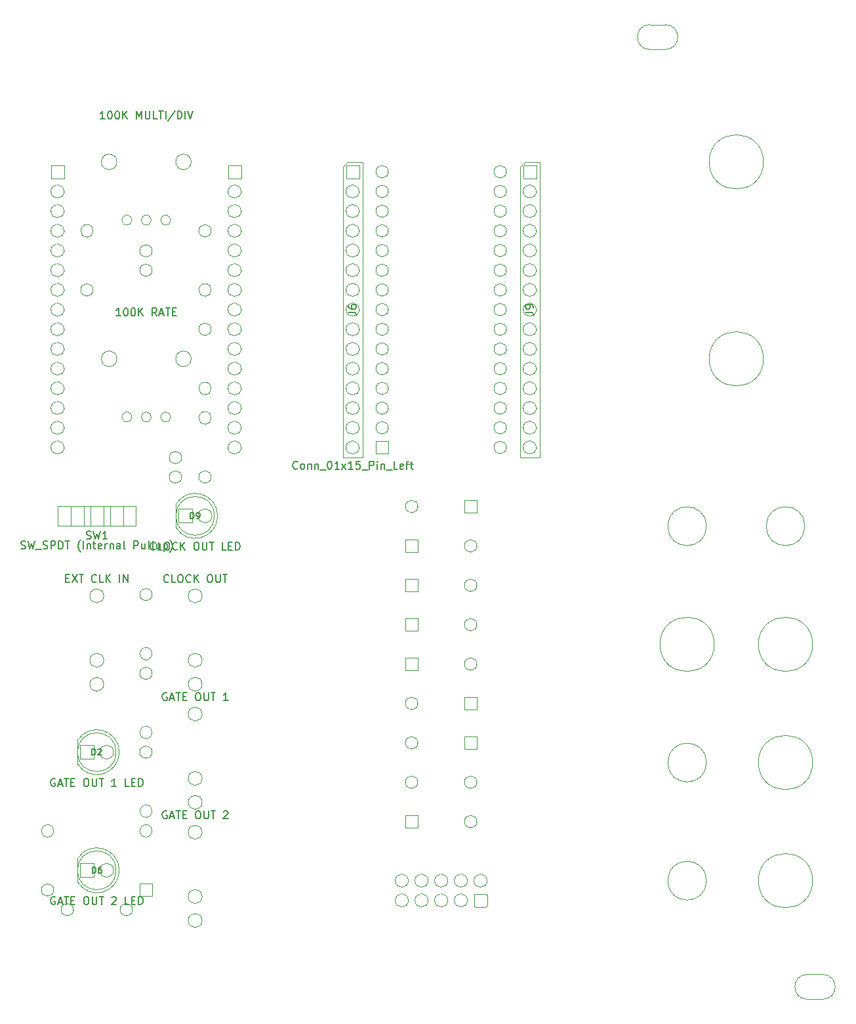
<source format=gbr>
%TF.GenerationSoftware,KiCad,Pcbnew,8.0.1-8.0.1-1~ubuntu22.04.1*%
%TF.CreationDate,2024-04-25T17:06:36+02:00*%
%TF.ProjectId,EuroClockMD,4575726f-436c-46f6-936b-4d442e6b6963,rev?*%
%TF.SameCoordinates,Original*%
%TF.FileFunction,AssemblyDrawing,Top*%
%FSLAX46Y46*%
G04 Gerber Fmt 4.6, Leading zero omitted, Abs format (unit mm)*
G04 Created by KiCad (PCBNEW 8.0.1-8.0.1-1~ubuntu22.04.1) date 2024-04-25 17:06:36*
%MOMM*%
%LPD*%
G01*
G04 APERTURE LIST*
%ADD10C,0.150000*%
%ADD11C,0.200000*%
%ADD12C,0.100000*%
%ADD13C,0.100000*%
%TD*%
G04 APERTURE END LIST*
D10*
X131890000Y-98161090D02*
X132223333Y-98161090D01*
X132366190Y-98684900D02*
X131890000Y-98684900D01*
X131890000Y-98684900D02*
X131890000Y-97684900D01*
X131890000Y-97684900D02*
X132366190Y-97684900D01*
X132699524Y-97684900D02*
X133366190Y-98684900D01*
X133366190Y-97684900D02*
X132699524Y-98684900D01*
X133604286Y-97684900D02*
X134175714Y-97684900D01*
X133890000Y-98684900D02*
X133890000Y-97684900D01*
X135842381Y-98589661D02*
X135794762Y-98637281D01*
X135794762Y-98637281D02*
X135651905Y-98684900D01*
X135651905Y-98684900D02*
X135556667Y-98684900D01*
X135556667Y-98684900D02*
X135413810Y-98637281D01*
X135413810Y-98637281D02*
X135318572Y-98542042D01*
X135318572Y-98542042D02*
X135270953Y-98446804D01*
X135270953Y-98446804D02*
X135223334Y-98256328D01*
X135223334Y-98256328D02*
X135223334Y-98113471D01*
X135223334Y-98113471D02*
X135270953Y-97922995D01*
X135270953Y-97922995D02*
X135318572Y-97827757D01*
X135318572Y-97827757D02*
X135413810Y-97732519D01*
X135413810Y-97732519D02*
X135556667Y-97684900D01*
X135556667Y-97684900D02*
X135651905Y-97684900D01*
X135651905Y-97684900D02*
X135794762Y-97732519D01*
X135794762Y-97732519D02*
X135842381Y-97780138D01*
X136747143Y-98684900D02*
X136270953Y-98684900D01*
X136270953Y-98684900D02*
X136270953Y-97684900D01*
X137080477Y-98684900D02*
X137080477Y-97684900D01*
X137651905Y-98684900D02*
X137223334Y-98113471D01*
X137651905Y-97684900D02*
X137080477Y-98256328D01*
X138842382Y-98684900D02*
X138842382Y-97684900D01*
X139318572Y-98684900D02*
X139318572Y-97684900D01*
X139318572Y-97684900D02*
X139890000Y-98684900D01*
X139890000Y-98684900D02*
X139890000Y-97684900D01*
X143423332Y-94421661D02*
X143375713Y-94469281D01*
X143375713Y-94469281D02*
X143232856Y-94516900D01*
X143232856Y-94516900D02*
X143137618Y-94516900D01*
X143137618Y-94516900D02*
X142994761Y-94469281D01*
X142994761Y-94469281D02*
X142899523Y-94374042D01*
X142899523Y-94374042D02*
X142851904Y-94278804D01*
X142851904Y-94278804D02*
X142804285Y-94088328D01*
X142804285Y-94088328D02*
X142804285Y-93945471D01*
X142804285Y-93945471D02*
X142851904Y-93754995D01*
X142851904Y-93754995D02*
X142899523Y-93659757D01*
X142899523Y-93659757D02*
X142994761Y-93564519D01*
X142994761Y-93564519D02*
X143137618Y-93516900D01*
X143137618Y-93516900D02*
X143232856Y-93516900D01*
X143232856Y-93516900D02*
X143375713Y-93564519D01*
X143375713Y-93564519D02*
X143423332Y-93612138D01*
X144328094Y-94516900D02*
X143851904Y-94516900D01*
X143851904Y-94516900D02*
X143851904Y-93516900D01*
X144851904Y-93516900D02*
X145042380Y-93516900D01*
X145042380Y-93516900D02*
X145137618Y-93564519D01*
X145137618Y-93564519D02*
X145232856Y-93659757D01*
X145232856Y-93659757D02*
X145280475Y-93850233D01*
X145280475Y-93850233D02*
X145280475Y-94183566D01*
X145280475Y-94183566D02*
X145232856Y-94374042D01*
X145232856Y-94374042D02*
X145137618Y-94469281D01*
X145137618Y-94469281D02*
X145042380Y-94516900D01*
X145042380Y-94516900D02*
X144851904Y-94516900D01*
X144851904Y-94516900D02*
X144756666Y-94469281D01*
X144756666Y-94469281D02*
X144661428Y-94374042D01*
X144661428Y-94374042D02*
X144613809Y-94183566D01*
X144613809Y-94183566D02*
X144613809Y-93850233D01*
X144613809Y-93850233D02*
X144661428Y-93659757D01*
X144661428Y-93659757D02*
X144756666Y-93564519D01*
X144756666Y-93564519D02*
X144851904Y-93516900D01*
X146280475Y-94421661D02*
X146232856Y-94469281D01*
X146232856Y-94469281D02*
X146089999Y-94516900D01*
X146089999Y-94516900D02*
X145994761Y-94516900D01*
X145994761Y-94516900D02*
X145851904Y-94469281D01*
X145851904Y-94469281D02*
X145756666Y-94374042D01*
X145756666Y-94374042D02*
X145709047Y-94278804D01*
X145709047Y-94278804D02*
X145661428Y-94088328D01*
X145661428Y-94088328D02*
X145661428Y-93945471D01*
X145661428Y-93945471D02*
X145709047Y-93754995D01*
X145709047Y-93754995D02*
X145756666Y-93659757D01*
X145756666Y-93659757D02*
X145851904Y-93564519D01*
X145851904Y-93564519D02*
X145994761Y-93516900D01*
X145994761Y-93516900D02*
X146089999Y-93516900D01*
X146089999Y-93516900D02*
X146232856Y-93564519D01*
X146232856Y-93564519D02*
X146280475Y-93612138D01*
X146709047Y-94516900D02*
X146709047Y-93516900D01*
X147280475Y-94516900D02*
X146851904Y-93945471D01*
X147280475Y-93516900D02*
X146709047Y-94088328D01*
X148661428Y-93516900D02*
X148851904Y-93516900D01*
X148851904Y-93516900D02*
X148947142Y-93564519D01*
X148947142Y-93564519D02*
X149042380Y-93659757D01*
X149042380Y-93659757D02*
X149089999Y-93850233D01*
X149089999Y-93850233D02*
X149089999Y-94183566D01*
X149089999Y-94183566D02*
X149042380Y-94374042D01*
X149042380Y-94374042D02*
X148947142Y-94469281D01*
X148947142Y-94469281D02*
X148851904Y-94516900D01*
X148851904Y-94516900D02*
X148661428Y-94516900D01*
X148661428Y-94516900D02*
X148566190Y-94469281D01*
X148566190Y-94469281D02*
X148470952Y-94374042D01*
X148470952Y-94374042D02*
X148423333Y-94183566D01*
X148423333Y-94183566D02*
X148423333Y-93850233D01*
X148423333Y-93850233D02*
X148470952Y-93659757D01*
X148470952Y-93659757D02*
X148566190Y-93564519D01*
X148566190Y-93564519D02*
X148661428Y-93516900D01*
X149518571Y-93516900D02*
X149518571Y-94326423D01*
X149518571Y-94326423D02*
X149566190Y-94421661D01*
X149566190Y-94421661D02*
X149613809Y-94469281D01*
X149613809Y-94469281D02*
X149709047Y-94516900D01*
X149709047Y-94516900D02*
X149899523Y-94516900D01*
X149899523Y-94516900D02*
X149994761Y-94469281D01*
X149994761Y-94469281D02*
X150042380Y-94421661D01*
X150042380Y-94421661D02*
X150089999Y-94326423D01*
X150089999Y-94326423D02*
X150089999Y-93516900D01*
X150423333Y-93516900D02*
X150994761Y-93516900D01*
X150709047Y-94516900D02*
X150709047Y-93516900D01*
X152566190Y-94516900D02*
X152090000Y-94516900D01*
X152090000Y-94516900D02*
X152090000Y-93516900D01*
X152899524Y-93993090D02*
X153232857Y-93993090D01*
X153375714Y-94516900D02*
X152899524Y-94516900D01*
X152899524Y-94516900D02*
X152899524Y-93516900D01*
X152899524Y-93516900D02*
X153375714Y-93516900D01*
X153804286Y-94516900D02*
X153804286Y-93516900D01*
X153804286Y-93516900D02*
X154042381Y-93516900D01*
X154042381Y-93516900D02*
X154185238Y-93564519D01*
X154185238Y-93564519D02*
X154280476Y-93659757D01*
X154280476Y-93659757D02*
X154328095Y-93754995D01*
X154328095Y-93754995D02*
X154375714Y-93945471D01*
X154375714Y-93945471D02*
X154375714Y-94088328D01*
X154375714Y-94088328D02*
X154328095Y-94278804D01*
X154328095Y-94278804D02*
X154280476Y-94374042D01*
X154280476Y-94374042D02*
X154185238Y-94469281D01*
X154185238Y-94469281D02*
X154042381Y-94516900D01*
X154042381Y-94516900D02*
X153804286Y-94516900D01*
D11*
X147979524Y-90461776D02*
X147979524Y-89661776D01*
X147979524Y-89661776D02*
X148170000Y-89661776D01*
X148170000Y-89661776D02*
X148284286Y-89699871D01*
X148284286Y-89699871D02*
X148360476Y-89776061D01*
X148360476Y-89776061D02*
X148398571Y-89852252D01*
X148398571Y-89852252D02*
X148436667Y-90004633D01*
X148436667Y-90004633D02*
X148436667Y-90118919D01*
X148436667Y-90118919D02*
X148398571Y-90271300D01*
X148398571Y-90271300D02*
X148360476Y-90347490D01*
X148360476Y-90347490D02*
X148284286Y-90423681D01*
X148284286Y-90423681D02*
X148170000Y-90461776D01*
X148170000Y-90461776D02*
X147979524Y-90461776D01*
X148817619Y-90461776D02*
X148970000Y-90461776D01*
X148970000Y-90461776D02*
X149046190Y-90423681D01*
X149046190Y-90423681D02*
X149084286Y-90385585D01*
X149084286Y-90385585D02*
X149160476Y-90271300D01*
X149160476Y-90271300D02*
X149198571Y-90118919D01*
X149198571Y-90118919D02*
X149198571Y-89814157D01*
X149198571Y-89814157D02*
X149160476Y-89737966D01*
X149160476Y-89737966D02*
X149122381Y-89699871D01*
X149122381Y-89699871D02*
X149046190Y-89661776D01*
X149046190Y-89661776D02*
X148893809Y-89661776D01*
X148893809Y-89661776D02*
X148817619Y-89699871D01*
X148817619Y-89699871D02*
X148779524Y-89737966D01*
X148779524Y-89737966D02*
X148741428Y-89814157D01*
X148741428Y-89814157D02*
X148741428Y-90004633D01*
X148741428Y-90004633D02*
X148779524Y-90080823D01*
X148779524Y-90080823D02*
X148817619Y-90118919D01*
X148817619Y-90118919D02*
X148893809Y-90157014D01*
X148893809Y-90157014D02*
X149046190Y-90157014D01*
X149046190Y-90157014D02*
X149122381Y-90118919D01*
X149122381Y-90118919D02*
X149160476Y-90080823D01*
X149160476Y-90080823D02*
X149198571Y-90004633D01*
D10*
X191224819Y-63833333D02*
X191939104Y-63833333D01*
X191939104Y-63833333D02*
X192081961Y-63880952D01*
X192081961Y-63880952D02*
X192177200Y-63976190D01*
X192177200Y-63976190D02*
X192224819Y-64119047D01*
X192224819Y-64119047D02*
X192224819Y-64214285D01*
X192224819Y-63309523D02*
X192224819Y-63119047D01*
X192224819Y-63119047D02*
X192177200Y-63023809D01*
X192177200Y-63023809D02*
X192129580Y-62976190D01*
X192129580Y-62976190D02*
X191986723Y-62880952D01*
X191986723Y-62880952D02*
X191796247Y-62833333D01*
X191796247Y-62833333D02*
X191415295Y-62833333D01*
X191415295Y-62833333D02*
X191320057Y-62880952D01*
X191320057Y-62880952D02*
X191272438Y-62928571D01*
X191272438Y-62928571D02*
X191224819Y-63023809D01*
X191224819Y-63023809D02*
X191224819Y-63214285D01*
X191224819Y-63214285D02*
X191272438Y-63309523D01*
X191272438Y-63309523D02*
X191320057Y-63357142D01*
X191320057Y-63357142D02*
X191415295Y-63404761D01*
X191415295Y-63404761D02*
X191653390Y-63404761D01*
X191653390Y-63404761D02*
X191748628Y-63357142D01*
X191748628Y-63357142D02*
X191796247Y-63309523D01*
X191796247Y-63309523D02*
X191843866Y-63214285D01*
X191843866Y-63214285D02*
X191843866Y-63023809D01*
X191843866Y-63023809D02*
X191796247Y-62928571D01*
X191796247Y-62928571D02*
X191748628Y-62880952D01*
X191748628Y-62880952D02*
X191653390Y-62833333D01*
X144923332Y-128212519D02*
X144828094Y-128164900D01*
X144828094Y-128164900D02*
X144685237Y-128164900D01*
X144685237Y-128164900D02*
X144542380Y-128212519D01*
X144542380Y-128212519D02*
X144447142Y-128307757D01*
X144447142Y-128307757D02*
X144399523Y-128402995D01*
X144399523Y-128402995D02*
X144351904Y-128593471D01*
X144351904Y-128593471D02*
X144351904Y-128736328D01*
X144351904Y-128736328D02*
X144399523Y-128926804D01*
X144399523Y-128926804D02*
X144447142Y-129022042D01*
X144447142Y-129022042D02*
X144542380Y-129117281D01*
X144542380Y-129117281D02*
X144685237Y-129164900D01*
X144685237Y-129164900D02*
X144780475Y-129164900D01*
X144780475Y-129164900D02*
X144923332Y-129117281D01*
X144923332Y-129117281D02*
X144970951Y-129069661D01*
X144970951Y-129069661D02*
X144970951Y-128736328D01*
X144970951Y-128736328D02*
X144780475Y-128736328D01*
X145351904Y-128879185D02*
X145828094Y-128879185D01*
X145256666Y-129164900D02*
X145589999Y-128164900D01*
X145589999Y-128164900D02*
X145923332Y-129164900D01*
X146113809Y-128164900D02*
X146685237Y-128164900D01*
X146399523Y-129164900D02*
X146399523Y-128164900D01*
X147018571Y-128641090D02*
X147351904Y-128641090D01*
X147494761Y-129164900D02*
X147018571Y-129164900D01*
X147018571Y-129164900D02*
X147018571Y-128164900D01*
X147018571Y-128164900D02*
X147494761Y-128164900D01*
X148875714Y-128164900D02*
X149066190Y-128164900D01*
X149066190Y-128164900D02*
X149161428Y-128212519D01*
X149161428Y-128212519D02*
X149256666Y-128307757D01*
X149256666Y-128307757D02*
X149304285Y-128498233D01*
X149304285Y-128498233D02*
X149304285Y-128831566D01*
X149304285Y-128831566D02*
X149256666Y-129022042D01*
X149256666Y-129022042D02*
X149161428Y-129117281D01*
X149161428Y-129117281D02*
X149066190Y-129164900D01*
X149066190Y-129164900D02*
X148875714Y-129164900D01*
X148875714Y-129164900D02*
X148780476Y-129117281D01*
X148780476Y-129117281D02*
X148685238Y-129022042D01*
X148685238Y-129022042D02*
X148637619Y-128831566D01*
X148637619Y-128831566D02*
X148637619Y-128498233D01*
X148637619Y-128498233D02*
X148685238Y-128307757D01*
X148685238Y-128307757D02*
X148780476Y-128212519D01*
X148780476Y-128212519D02*
X148875714Y-128164900D01*
X149732857Y-128164900D02*
X149732857Y-128974423D01*
X149732857Y-128974423D02*
X149780476Y-129069661D01*
X149780476Y-129069661D02*
X149828095Y-129117281D01*
X149828095Y-129117281D02*
X149923333Y-129164900D01*
X149923333Y-129164900D02*
X150113809Y-129164900D01*
X150113809Y-129164900D02*
X150209047Y-129117281D01*
X150209047Y-129117281D02*
X150256666Y-129069661D01*
X150256666Y-129069661D02*
X150304285Y-128974423D01*
X150304285Y-128974423D02*
X150304285Y-128164900D01*
X150637619Y-128164900D02*
X151209047Y-128164900D01*
X150923333Y-129164900D02*
X150923333Y-128164900D01*
X152256667Y-128260138D02*
X152304286Y-128212519D01*
X152304286Y-128212519D02*
X152399524Y-128164900D01*
X152399524Y-128164900D02*
X152637619Y-128164900D01*
X152637619Y-128164900D02*
X152732857Y-128212519D01*
X152732857Y-128212519D02*
X152780476Y-128260138D01*
X152780476Y-128260138D02*
X152828095Y-128355376D01*
X152828095Y-128355376D02*
X152828095Y-128450614D01*
X152828095Y-128450614D02*
X152780476Y-128593471D01*
X152780476Y-128593471D02*
X152209048Y-129164900D01*
X152209048Y-129164900D02*
X152828095Y-129164900D01*
X145161428Y-98589661D02*
X145113809Y-98637281D01*
X145113809Y-98637281D02*
X144970952Y-98684900D01*
X144970952Y-98684900D02*
X144875714Y-98684900D01*
X144875714Y-98684900D02*
X144732857Y-98637281D01*
X144732857Y-98637281D02*
X144637619Y-98542042D01*
X144637619Y-98542042D02*
X144590000Y-98446804D01*
X144590000Y-98446804D02*
X144542381Y-98256328D01*
X144542381Y-98256328D02*
X144542381Y-98113471D01*
X144542381Y-98113471D02*
X144590000Y-97922995D01*
X144590000Y-97922995D02*
X144637619Y-97827757D01*
X144637619Y-97827757D02*
X144732857Y-97732519D01*
X144732857Y-97732519D02*
X144875714Y-97684900D01*
X144875714Y-97684900D02*
X144970952Y-97684900D01*
X144970952Y-97684900D02*
X145113809Y-97732519D01*
X145113809Y-97732519D02*
X145161428Y-97780138D01*
X146066190Y-98684900D02*
X145590000Y-98684900D01*
X145590000Y-98684900D02*
X145590000Y-97684900D01*
X146590000Y-97684900D02*
X146780476Y-97684900D01*
X146780476Y-97684900D02*
X146875714Y-97732519D01*
X146875714Y-97732519D02*
X146970952Y-97827757D01*
X146970952Y-97827757D02*
X147018571Y-98018233D01*
X147018571Y-98018233D02*
X147018571Y-98351566D01*
X147018571Y-98351566D02*
X146970952Y-98542042D01*
X146970952Y-98542042D02*
X146875714Y-98637281D01*
X146875714Y-98637281D02*
X146780476Y-98684900D01*
X146780476Y-98684900D02*
X146590000Y-98684900D01*
X146590000Y-98684900D02*
X146494762Y-98637281D01*
X146494762Y-98637281D02*
X146399524Y-98542042D01*
X146399524Y-98542042D02*
X146351905Y-98351566D01*
X146351905Y-98351566D02*
X146351905Y-98018233D01*
X146351905Y-98018233D02*
X146399524Y-97827757D01*
X146399524Y-97827757D02*
X146494762Y-97732519D01*
X146494762Y-97732519D02*
X146590000Y-97684900D01*
X148018571Y-98589661D02*
X147970952Y-98637281D01*
X147970952Y-98637281D02*
X147828095Y-98684900D01*
X147828095Y-98684900D02*
X147732857Y-98684900D01*
X147732857Y-98684900D02*
X147590000Y-98637281D01*
X147590000Y-98637281D02*
X147494762Y-98542042D01*
X147494762Y-98542042D02*
X147447143Y-98446804D01*
X147447143Y-98446804D02*
X147399524Y-98256328D01*
X147399524Y-98256328D02*
X147399524Y-98113471D01*
X147399524Y-98113471D02*
X147447143Y-97922995D01*
X147447143Y-97922995D02*
X147494762Y-97827757D01*
X147494762Y-97827757D02*
X147590000Y-97732519D01*
X147590000Y-97732519D02*
X147732857Y-97684900D01*
X147732857Y-97684900D02*
X147828095Y-97684900D01*
X147828095Y-97684900D02*
X147970952Y-97732519D01*
X147970952Y-97732519D02*
X148018571Y-97780138D01*
X148447143Y-98684900D02*
X148447143Y-97684900D01*
X149018571Y-98684900D02*
X148590000Y-98113471D01*
X149018571Y-97684900D02*
X148447143Y-98256328D01*
X150399524Y-97684900D02*
X150590000Y-97684900D01*
X150590000Y-97684900D02*
X150685238Y-97732519D01*
X150685238Y-97732519D02*
X150780476Y-97827757D01*
X150780476Y-97827757D02*
X150828095Y-98018233D01*
X150828095Y-98018233D02*
X150828095Y-98351566D01*
X150828095Y-98351566D02*
X150780476Y-98542042D01*
X150780476Y-98542042D02*
X150685238Y-98637281D01*
X150685238Y-98637281D02*
X150590000Y-98684900D01*
X150590000Y-98684900D02*
X150399524Y-98684900D01*
X150399524Y-98684900D02*
X150304286Y-98637281D01*
X150304286Y-98637281D02*
X150209048Y-98542042D01*
X150209048Y-98542042D02*
X150161429Y-98351566D01*
X150161429Y-98351566D02*
X150161429Y-98018233D01*
X150161429Y-98018233D02*
X150209048Y-97827757D01*
X150209048Y-97827757D02*
X150304286Y-97732519D01*
X150304286Y-97732519D02*
X150399524Y-97684900D01*
X151256667Y-97684900D02*
X151256667Y-98494423D01*
X151256667Y-98494423D02*
X151304286Y-98589661D01*
X151304286Y-98589661D02*
X151351905Y-98637281D01*
X151351905Y-98637281D02*
X151447143Y-98684900D01*
X151447143Y-98684900D02*
X151637619Y-98684900D01*
X151637619Y-98684900D02*
X151732857Y-98637281D01*
X151732857Y-98637281D02*
X151780476Y-98589661D01*
X151780476Y-98589661D02*
X151828095Y-98494423D01*
X151828095Y-98494423D02*
X151828095Y-97684900D01*
X152161429Y-97684900D02*
X152732857Y-97684900D01*
X152447143Y-98684900D02*
X152447143Y-97684900D01*
X126104284Y-94319281D02*
X126247141Y-94366900D01*
X126247141Y-94366900D02*
X126485236Y-94366900D01*
X126485236Y-94366900D02*
X126580474Y-94319281D01*
X126580474Y-94319281D02*
X126628093Y-94271661D01*
X126628093Y-94271661D02*
X126675712Y-94176423D01*
X126675712Y-94176423D02*
X126675712Y-94081185D01*
X126675712Y-94081185D02*
X126628093Y-93985947D01*
X126628093Y-93985947D02*
X126580474Y-93938328D01*
X126580474Y-93938328D02*
X126485236Y-93890709D01*
X126485236Y-93890709D02*
X126294760Y-93843090D01*
X126294760Y-93843090D02*
X126199522Y-93795471D01*
X126199522Y-93795471D02*
X126151903Y-93747852D01*
X126151903Y-93747852D02*
X126104284Y-93652614D01*
X126104284Y-93652614D02*
X126104284Y-93557376D01*
X126104284Y-93557376D02*
X126151903Y-93462138D01*
X126151903Y-93462138D02*
X126199522Y-93414519D01*
X126199522Y-93414519D02*
X126294760Y-93366900D01*
X126294760Y-93366900D02*
X126532855Y-93366900D01*
X126532855Y-93366900D02*
X126675712Y-93414519D01*
X127009046Y-93366900D02*
X127247141Y-94366900D01*
X127247141Y-94366900D02*
X127437617Y-93652614D01*
X127437617Y-93652614D02*
X127628093Y-94366900D01*
X127628093Y-94366900D02*
X127866189Y-93366900D01*
X128009046Y-94462138D02*
X128770950Y-94462138D01*
X128961427Y-94319281D02*
X129104284Y-94366900D01*
X129104284Y-94366900D02*
X129342379Y-94366900D01*
X129342379Y-94366900D02*
X129437617Y-94319281D01*
X129437617Y-94319281D02*
X129485236Y-94271661D01*
X129485236Y-94271661D02*
X129532855Y-94176423D01*
X129532855Y-94176423D02*
X129532855Y-94081185D01*
X129532855Y-94081185D02*
X129485236Y-93985947D01*
X129485236Y-93985947D02*
X129437617Y-93938328D01*
X129437617Y-93938328D02*
X129342379Y-93890709D01*
X129342379Y-93890709D02*
X129151903Y-93843090D01*
X129151903Y-93843090D02*
X129056665Y-93795471D01*
X129056665Y-93795471D02*
X129009046Y-93747852D01*
X129009046Y-93747852D02*
X128961427Y-93652614D01*
X128961427Y-93652614D02*
X128961427Y-93557376D01*
X128961427Y-93557376D02*
X129009046Y-93462138D01*
X129009046Y-93462138D02*
X129056665Y-93414519D01*
X129056665Y-93414519D02*
X129151903Y-93366900D01*
X129151903Y-93366900D02*
X129389998Y-93366900D01*
X129389998Y-93366900D02*
X129532855Y-93414519D01*
X129961427Y-94366900D02*
X129961427Y-93366900D01*
X129961427Y-93366900D02*
X130342379Y-93366900D01*
X130342379Y-93366900D02*
X130437617Y-93414519D01*
X130437617Y-93414519D02*
X130485236Y-93462138D01*
X130485236Y-93462138D02*
X130532855Y-93557376D01*
X130532855Y-93557376D02*
X130532855Y-93700233D01*
X130532855Y-93700233D02*
X130485236Y-93795471D01*
X130485236Y-93795471D02*
X130437617Y-93843090D01*
X130437617Y-93843090D02*
X130342379Y-93890709D01*
X130342379Y-93890709D02*
X129961427Y-93890709D01*
X130961427Y-94366900D02*
X130961427Y-93366900D01*
X130961427Y-93366900D02*
X131199522Y-93366900D01*
X131199522Y-93366900D02*
X131342379Y-93414519D01*
X131342379Y-93414519D02*
X131437617Y-93509757D01*
X131437617Y-93509757D02*
X131485236Y-93604995D01*
X131485236Y-93604995D02*
X131532855Y-93795471D01*
X131532855Y-93795471D02*
X131532855Y-93938328D01*
X131532855Y-93938328D02*
X131485236Y-94128804D01*
X131485236Y-94128804D02*
X131437617Y-94224042D01*
X131437617Y-94224042D02*
X131342379Y-94319281D01*
X131342379Y-94319281D02*
X131199522Y-94366900D01*
X131199522Y-94366900D02*
X130961427Y-94366900D01*
X131818570Y-93366900D02*
X132389998Y-93366900D01*
X132104284Y-94366900D02*
X132104284Y-93366900D01*
X133770951Y-94747852D02*
X133723332Y-94700233D01*
X133723332Y-94700233D02*
X133628094Y-94557376D01*
X133628094Y-94557376D02*
X133580475Y-94462138D01*
X133580475Y-94462138D02*
X133532856Y-94319281D01*
X133532856Y-94319281D02*
X133485237Y-94081185D01*
X133485237Y-94081185D02*
X133485237Y-93890709D01*
X133485237Y-93890709D02*
X133532856Y-93652614D01*
X133532856Y-93652614D02*
X133580475Y-93509757D01*
X133580475Y-93509757D02*
X133628094Y-93414519D01*
X133628094Y-93414519D02*
X133723332Y-93271661D01*
X133723332Y-93271661D02*
X133770951Y-93224042D01*
X134151904Y-94366900D02*
X134151904Y-93366900D01*
X134628094Y-93700233D02*
X134628094Y-94366900D01*
X134628094Y-93795471D02*
X134675713Y-93747852D01*
X134675713Y-93747852D02*
X134770951Y-93700233D01*
X134770951Y-93700233D02*
X134913808Y-93700233D01*
X134913808Y-93700233D02*
X135009046Y-93747852D01*
X135009046Y-93747852D02*
X135056665Y-93843090D01*
X135056665Y-93843090D02*
X135056665Y-94366900D01*
X135389999Y-93700233D02*
X135770951Y-93700233D01*
X135532856Y-93366900D02*
X135532856Y-94224042D01*
X135532856Y-94224042D02*
X135580475Y-94319281D01*
X135580475Y-94319281D02*
X135675713Y-94366900D01*
X135675713Y-94366900D02*
X135770951Y-94366900D01*
X136485237Y-94319281D02*
X136389999Y-94366900D01*
X136389999Y-94366900D02*
X136199523Y-94366900D01*
X136199523Y-94366900D02*
X136104285Y-94319281D01*
X136104285Y-94319281D02*
X136056666Y-94224042D01*
X136056666Y-94224042D02*
X136056666Y-93843090D01*
X136056666Y-93843090D02*
X136104285Y-93747852D01*
X136104285Y-93747852D02*
X136199523Y-93700233D01*
X136199523Y-93700233D02*
X136389999Y-93700233D01*
X136389999Y-93700233D02*
X136485237Y-93747852D01*
X136485237Y-93747852D02*
X136532856Y-93843090D01*
X136532856Y-93843090D02*
X136532856Y-93938328D01*
X136532856Y-93938328D02*
X136056666Y-94033566D01*
X136961428Y-94366900D02*
X136961428Y-93700233D01*
X136961428Y-93890709D02*
X137009047Y-93795471D01*
X137009047Y-93795471D02*
X137056666Y-93747852D01*
X137056666Y-93747852D02*
X137151904Y-93700233D01*
X137151904Y-93700233D02*
X137247142Y-93700233D01*
X137580476Y-93700233D02*
X137580476Y-94366900D01*
X137580476Y-93795471D02*
X137628095Y-93747852D01*
X137628095Y-93747852D02*
X137723333Y-93700233D01*
X137723333Y-93700233D02*
X137866190Y-93700233D01*
X137866190Y-93700233D02*
X137961428Y-93747852D01*
X137961428Y-93747852D02*
X138009047Y-93843090D01*
X138009047Y-93843090D02*
X138009047Y-94366900D01*
X138913809Y-94366900D02*
X138913809Y-93843090D01*
X138913809Y-93843090D02*
X138866190Y-93747852D01*
X138866190Y-93747852D02*
X138770952Y-93700233D01*
X138770952Y-93700233D02*
X138580476Y-93700233D01*
X138580476Y-93700233D02*
X138485238Y-93747852D01*
X138913809Y-94319281D02*
X138818571Y-94366900D01*
X138818571Y-94366900D02*
X138580476Y-94366900D01*
X138580476Y-94366900D02*
X138485238Y-94319281D01*
X138485238Y-94319281D02*
X138437619Y-94224042D01*
X138437619Y-94224042D02*
X138437619Y-94128804D01*
X138437619Y-94128804D02*
X138485238Y-94033566D01*
X138485238Y-94033566D02*
X138580476Y-93985947D01*
X138580476Y-93985947D02*
X138818571Y-93985947D01*
X138818571Y-93985947D02*
X138913809Y-93938328D01*
X139532857Y-94366900D02*
X139437619Y-94319281D01*
X139437619Y-94319281D02*
X139390000Y-94224042D01*
X139390000Y-94224042D02*
X139390000Y-93366900D01*
X140675715Y-94366900D02*
X140675715Y-93366900D01*
X140675715Y-93366900D02*
X141056667Y-93366900D01*
X141056667Y-93366900D02*
X141151905Y-93414519D01*
X141151905Y-93414519D02*
X141199524Y-93462138D01*
X141199524Y-93462138D02*
X141247143Y-93557376D01*
X141247143Y-93557376D02*
X141247143Y-93700233D01*
X141247143Y-93700233D02*
X141199524Y-93795471D01*
X141199524Y-93795471D02*
X141151905Y-93843090D01*
X141151905Y-93843090D02*
X141056667Y-93890709D01*
X141056667Y-93890709D02*
X140675715Y-93890709D01*
X142104286Y-93700233D02*
X142104286Y-94366900D01*
X141675715Y-93700233D02*
X141675715Y-94224042D01*
X141675715Y-94224042D02*
X141723334Y-94319281D01*
X141723334Y-94319281D02*
X141818572Y-94366900D01*
X141818572Y-94366900D02*
X141961429Y-94366900D01*
X141961429Y-94366900D02*
X142056667Y-94319281D01*
X142056667Y-94319281D02*
X142104286Y-94271661D01*
X142723334Y-94366900D02*
X142628096Y-94319281D01*
X142628096Y-94319281D02*
X142580477Y-94224042D01*
X142580477Y-94224042D02*
X142580477Y-93366900D01*
X143247144Y-94366900D02*
X143151906Y-94319281D01*
X143151906Y-94319281D02*
X143104287Y-94224042D01*
X143104287Y-94224042D02*
X143104287Y-93366900D01*
X144056668Y-93700233D02*
X144056668Y-94366900D01*
X143628097Y-93700233D02*
X143628097Y-94224042D01*
X143628097Y-94224042D02*
X143675716Y-94319281D01*
X143675716Y-94319281D02*
X143770954Y-94366900D01*
X143770954Y-94366900D02*
X143913811Y-94366900D01*
X143913811Y-94366900D02*
X144009049Y-94319281D01*
X144009049Y-94319281D02*
X144056668Y-94271661D01*
X144532859Y-93700233D02*
X144532859Y-94700233D01*
X144532859Y-93747852D02*
X144628097Y-93700233D01*
X144628097Y-93700233D02*
X144818573Y-93700233D01*
X144818573Y-93700233D02*
X144913811Y-93747852D01*
X144913811Y-93747852D02*
X144961430Y-93795471D01*
X144961430Y-93795471D02*
X145009049Y-93890709D01*
X145009049Y-93890709D02*
X145009049Y-94176423D01*
X145009049Y-94176423D02*
X144961430Y-94271661D01*
X144961430Y-94271661D02*
X144913811Y-94319281D01*
X144913811Y-94319281D02*
X144818573Y-94366900D01*
X144818573Y-94366900D02*
X144628097Y-94366900D01*
X144628097Y-94366900D02*
X144532859Y-94319281D01*
X145342383Y-94747852D02*
X145390002Y-94700233D01*
X145390002Y-94700233D02*
X145485240Y-94557376D01*
X145485240Y-94557376D02*
X145532859Y-94462138D01*
X145532859Y-94462138D02*
X145580478Y-94319281D01*
X145580478Y-94319281D02*
X145628097Y-94081185D01*
X145628097Y-94081185D02*
X145628097Y-93890709D01*
X145628097Y-93890709D02*
X145580478Y-93652614D01*
X145580478Y-93652614D02*
X145532859Y-93509757D01*
X145532859Y-93509757D02*
X145485240Y-93414519D01*
X145485240Y-93414519D02*
X145390002Y-93271661D01*
X145390002Y-93271661D02*
X145342383Y-93224042D01*
X134556667Y-93049281D02*
X134699524Y-93096900D01*
X134699524Y-93096900D02*
X134937619Y-93096900D01*
X134937619Y-93096900D02*
X135032857Y-93049281D01*
X135032857Y-93049281D02*
X135080476Y-93001661D01*
X135080476Y-93001661D02*
X135128095Y-92906423D01*
X135128095Y-92906423D02*
X135128095Y-92811185D01*
X135128095Y-92811185D02*
X135080476Y-92715947D01*
X135080476Y-92715947D02*
X135032857Y-92668328D01*
X135032857Y-92668328D02*
X134937619Y-92620709D01*
X134937619Y-92620709D02*
X134747143Y-92573090D01*
X134747143Y-92573090D02*
X134651905Y-92525471D01*
X134651905Y-92525471D02*
X134604286Y-92477852D01*
X134604286Y-92477852D02*
X134556667Y-92382614D01*
X134556667Y-92382614D02*
X134556667Y-92287376D01*
X134556667Y-92287376D02*
X134604286Y-92192138D01*
X134604286Y-92192138D02*
X134651905Y-92144519D01*
X134651905Y-92144519D02*
X134747143Y-92096900D01*
X134747143Y-92096900D02*
X134985238Y-92096900D01*
X134985238Y-92096900D02*
X135128095Y-92144519D01*
X135461429Y-92096900D02*
X135699524Y-93096900D01*
X135699524Y-93096900D02*
X135890000Y-92382614D01*
X135890000Y-92382614D02*
X136080476Y-93096900D01*
X136080476Y-93096900D02*
X136318572Y-92096900D01*
X137223333Y-93096900D02*
X136651905Y-93096900D01*
X136937619Y-93096900D02*
X136937619Y-92096900D01*
X136937619Y-92096900D02*
X136842381Y-92239757D01*
X136842381Y-92239757D02*
X136747143Y-92334995D01*
X136747143Y-92334995D02*
X136651905Y-92382614D01*
X130485237Y-139284519D02*
X130389999Y-139236900D01*
X130389999Y-139236900D02*
X130247142Y-139236900D01*
X130247142Y-139236900D02*
X130104285Y-139284519D01*
X130104285Y-139284519D02*
X130009047Y-139379757D01*
X130009047Y-139379757D02*
X129961428Y-139474995D01*
X129961428Y-139474995D02*
X129913809Y-139665471D01*
X129913809Y-139665471D02*
X129913809Y-139808328D01*
X129913809Y-139808328D02*
X129961428Y-139998804D01*
X129961428Y-139998804D02*
X130009047Y-140094042D01*
X130009047Y-140094042D02*
X130104285Y-140189281D01*
X130104285Y-140189281D02*
X130247142Y-140236900D01*
X130247142Y-140236900D02*
X130342380Y-140236900D01*
X130342380Y-140236900D02*
X130485237Y-140189281D01*
X130485237Y-140189281D02*
X130532856Y-140141661D01*
X130532856Y-140141661D02*
X130532856Y-139808328D01*
X130532856Y-139808328D02*
X130342380Y-139808328D01*
X130913809Y-139951185D02*
X131389999Y-139951185D01*
X130818571Y-140236900D02*
X131151904Y-139236900D01*
X131151904Y-139236900D02*
X131485237Y-140236900D01*
X131675714Y-139236900D02*
X132247142Y-139236900D01*
X131961428Y-140236900D02*
X131961428Y-139236900D01*
X132580476Y-139713090D02*
X132913809Y-139713090D01*
X133056666Y-140236900D02*
X132580476Y-140236900D01*
X132580476Y-140236900D02*
X132580476Y-139236900D01*
X132580476Y-139236900D02*
X133056666Y-139236900D01*
X134437619Y-139236900D02*
X134628095Y-139236900D01*
X134628095Y-139236900D02*
X134723333Y-139284519D01*
X134723333Y-139284519D02*
X134818571Y-139379757D01*
X134818571Y-139379757D02*
X134866190Y-139570233D01*
X134866190Y-139570233D02*
X134866190Y-139903566D01*
X134866190Y-139903566D02*
X134818571Y-140094042D01*
X134818571Y-140094042D02*
X134723333Y-140189281D01*
X134723333Y-140189281D02*
X134628095Y-140236900D01*
X134628095Y-140236900D02*
X134437619Y-140236900D01*
X134437619Y-140236900D02*
X134342381Y-140189281D01*
X134342381Y-140189281D02*
X134247143Y-140094042D01*
X134247143Y-140094042D02*
X134199524Y-139903566D01*
X134199524Y-139903566D02*
X134199524Y-139570233D01*
X134199524Y-139570233D02*
X134247143Y-139379757D01*
X134247143Y-139379757D02*
X134342381Y-139284519D01*
X134342381Y-139284519D02*
X134437619Y-139236900D01*
X135294762Y-139236900D02*
X135294762Y-140046423D01*
X135294762Y-140046423D02*
X135342381Y-140141661D01*
X135342381Y-140141661D02*
X135390000Y-140189281D01*
X135390000Y-140189281D02*
X135485238Y-140236900D01*
X135485238Y-140236900D02*
X135675714Y-140236900D01*
X135675714Y-140236900D02*
X135770952Y-140189281D01*
X135770952Y-140189281D02*
X135818571Y-140141661D01*
X135818571Y-140141661D02*
X135866190Y-140046423D01*
X135866190Y-140046423D02*
X135866190Y-139236900D01*
X136199524Y-139236900D02*
X136770952Y-139236900D01*
X136485238Y-140236900D02*
X136485238Y-139236900D01*
X137818572Y-139332138D02*
X137866191Y-139284519D01*
X137866191Y-139284519D02*
X137961429Y-139236900D01*
X137961429Y-139236900D02*
X138199524Y-139236900D01*
X138199524Y-139236900D02*
X138294762Y-139284519D01*
X138294762Y-139284519D02*
X138342381Y-139332138D01*
X138342381Y-139332138D02*
X138390000Y-139427376D01*
X138390000Y-139427376D02*
X138390000Y-139522614D01*
X138390000Y-139522614D02*
X138342381Y-139665471D01*
X138342381Y-139665471D02*
X137770953Y-140236900D01*
X137770953Y-140236900D02*
X138390000Y-140236900D01*
X140056667Y-140236900D02*
X139580477Y-140236900D01*
X139580477Y-140236900D02*
X139580477Y-139236900D01*
X140390001Y-139713090D02*
X140723334Y-139713090D01*
X140866191Y-140236900D02*
X140390001Y-140236900D01*
X140390001Y-140236900D02*
X140390001Y-139236900D01*
X140390001Y-139236900D02*
X140866191Y-139236900D01*
X141294763Y-140236900D02*
X141294763Y-139236900D01*
X141294763Y-139236900D02*
X141532858Y-139236900D01*
X141532858Y-139236900D02*
X141675715Y-139284519D01*
X141675715Y-139284519D02*
X141770953Y-139379757D01*
X141770953Y-139379757D02*
X141818572Y-139474995D01*
X141818572Y-139474995D02*
X141866191Y-139665471D01*
X141866191Y-139665471D02*
X141866191Y-139808328D01*
X141866191Y-139808328D02*
X141818572Y-139998804D01*
X141818572Y-139998804D02*
X141770953Y-140094042D01*
X141770953Y-140094042D02*
X141675715Y-140189281D01*
X141675715Y-140189281D02*
X141532858Y-140236900D01*
X141532858Y-140236900D02*
X141294763Y-140236900D01*
D11*
X135299524Y-136181776D02*
X135299524Y-135381776D01*
X135299524Y-135381776D02*
X135490000Y-135381776D01*
X135490000Y-135381776D02*
X135604286Y-135419871D01*
X135604286Y-135419871D02*
X135680476Y-135496061D01*
X135680476Y-135496061D02*
X135718571Y-135572252D01*
X135718571Y-135572252D02*
X135756667Y-135724633D01*
X135756667Y-135724633D02*
X135756667Y-135838919D01*
X135756667Y-135838919D02*
X135718571Y-135991300D01*
X135718571Y-135991300D02*
X135680476Y-136067490D01*
X135680476Y-136067490D02*
X135604286Y-136143681D01*
X135604286Y-136143681D02*
X135490000Y-136181776D01*
X135490000Y-136181776D02*
X135299524Y-136181776D01*
X136442381Y-135381776D02*
X136290000Y-135381776D01*
X136290000Y-135381776D02*
X136213809Y-135419871D01*
X136213809Y-135419871D02*
X136175714Y-135457966D01*
X136175714Y-135457966D02*
X136099524Y-135572252D01*
X136099524Y-135572252D02*
X136061428Y-135724633D01*
X136061428Y-135724633D02*
X136061428Y-136029395D01*
X136061428Y-136029395D02*
X136099524Y-136105585D01*
X136099524Y-136105585D02*
X136137619Y-136143681D01*
X136137619Y-136143681D02*
X136213809Y-136181776D01*
X136213809Y-136181776D02*
X136366190Y-136181776D01*
X136366190Y-136181776D02*
X136442381Y-136143681D01*
X136442381Y-136143681D02*
X136480476Y-136105585D01*
X136480476Y-136105585D02*
X136518571Y-136029395D01*
X136518571Y-136029395D02*
X136518571Y-135838919D01*
X136518571Y-135838919D02*
X136480476Y-135762728D01*
X136480476Y-135762728D02*
X136442381Y-135724633D01*
X136442381Y-135724633D02*
X136366190Y-135686538D01*
X136366190Y-135686538D02*
X136213809Y-135686538D01*
X136213809Y-135686538D02*
X136137619Y-135724633D01*
X136137619Y-135724633D02*
X136099524Y-135762728D01*
X136099524Y-135762728D02*
X136061428Y-135838919D01*
D10*
X130485237Y-124044519D02*
X130389999Y-123996900D01*
X130389999Y-123996900D02*
X130247142Y-123996900D01*
X130247142Y-123996900D02*
X130104285Y-124044519D01*
X130104285Y-124044519D02*
X130009047Y-124139757D01*
X130009047Y-124139757D02*
X129961428Y-124234995D01*
X129961428Y-124234995D02*
X129913809Y-124425471D01*
X129913809Y-124425471D02*
X129913809Y-124568328D01*
X129913809Y-124568328D02*
X129961428Y-124758804D01*
X129961428Y-124758804D02*
X130009047Y-124854042D01*
X130009047Y-124854042D02*
X130104285Y-124949281D01*
X130104285Y-124949281D02*
X130247142Y-124996900D01*
X130247142Y-124996900D02*
X130342380Y-124996900D01*
X130342380Y-124996900D02*
X130485237Y-124949281D01*
X130485237Y-124949281D02*
X130532856Y-124901661D01*
X130532856Y-124901661D02*
X130532856Y-124568328D01*
X130532856Y-124568328D02*
X130342380Y-124568328D01*
X130913809Y-124711185D02*
X131389999Y-124711185D01*
X130818571Y-124996900D02*
X131151904Y-123996900D01*
X131151904Y-123996900D02*
X131485237Y-124996900D01*
X131675714Y-123996900D02*
X132247142Y-123996900D01*
X131961428Y-124996900D02*
X131961428Y-123996900D01*
X132580476Y-124473090D02*
X132913809Y-124473090D01*
X133056666Y-124996900D02*
X132580476Y-124996900D01*
X132580476Y-124996900D02*
X132580476Y-123996900D01*
X132580476Y-123996900D02*
X133056666Y-123996900D01*
X134437619Y-123996900D02*
X134628095Y-123996900D01*
X134628095Y-123996900D02*
X134723333Y-124044519D01*
X134723333Y-124044519D02*
X134818571Y-124139757D01*
X134818571Y-124139757D02*
X134866190Y-124330233D01*
X134866190Y-124330233D02*
X134866190Y-124663566D01*
X134866190Y-124663566D02*
X134818571Y-124854042D01*
X134818571Y-124854042D02*
X134723333Y-124949281D01*
X134723333Y-124949281D02*
X134628095Y-124996900D01*
X134628095Y-124996900D02*
X134437619Y-124996900D01*
X134437619Y-124996900D02*
X134342381Y-124949281D01*
X134342381Y-124949281D02*
X134247143Y-124854042D01*
X134247143Y-124854042D02*
X134199524Y-124663566D01*
X134199524Y-124663566D02*
X134199524Y-124330233D01*
X134199524Y-124330233D02*
X134247143Y-124139757D01*
X134247143Y-124139757D02*
X134342381Y-124044519D01*
X134342381Y-124044519D02*
X134437619Y-123996900D01*
X135294762Y-123996900D02*
X135294762Y-124806423D01*
X135294762Y-124806423D02*
X135342381Y-124901661D01*
X135342381Y-124901661D02*
X135390000Y-124949281D01*
X135390000Y-124949281D02*
X135485238Y-124996900D01*
X135485238Y-124996900D02*
X135675714Y-124996900D01*
X135675714Y-124996900D02*
X135770952Y-124949281D01*
X135770952Y-124949281D02*
X135818571Y-124901661D01*
X135818571Y-124901661D02*
X135866190Y-124806423D01*
X135866190Y-124806423D02*
X135866190Y-123996900D01*
X136199524Y-123996900D02*
X136770952Y-123996900D01*
X136485238Y-124996900D02*
X136485238Y-123996900D01*
X138390000Y-124996900D02*
X137818572Y-124996900D01*
X138104286Y-124996900D02*
X138104286Y-123996900D01*
X138104286Y-123996900D02*
X138009048Y-124139757D01*
X138009048Y-124139757D02*
X137913810Y-124234995D01*
X137913810Y-124234995D02*
X137818572Y-124282614D01*
X140056667Y-124996900D02*
X139580477Y-124996900D01*
X139580477Y-124996900D02*
X139580477Y-123996900D01*
X140390001Y-124473090D02*
X140723334Y-124473090D01*
X140866191Y-124996900D02*
X140390001Y-124996900D01*
X140390001Y-124996900D02*
X140390001Y-123996900D01*
X140390001Y-123996900D02*
X140866191Y-123996900D01*
X141294763Y-124996900D02*
X141294763Y-123996900D01*
X141294763Y-123996900D02*
X141532858Y-123996900D01*
X141532858Y-123996900D02*
X141675715Y-124044519D01*
X141675715Y-124044519D02*
X141770953Y-124139757D01*
X141770953Y-124139757D02*
X141818572Y-124234995D01*
X141818572Y-124234995D02*
X141866191Y-124425471D01*
X141866191Y-124425471D02*
X141866191Y-124568328D01*
X141866191Y-124568328D02*
X141818572Y-124758804D01*
X141818572Y-124758804D02*
X141770953Y-124854042D01*
X141770953Y-124854042D02*
X141675715Y-124949281D01*
X141675715Y-124949281D02*
X141532858Y-124996900D01*
X141532858Y-124996900D02*
X141294763Y-124996900D01*
D11*
X135279524Y-120941776D02*
X135279524Y-120141776D01*
X135279524Y-120141776D02*
X135470000Y-120141776D01*
X135470000Y-120141776D02*
X135584286Y-120179871D01*
X135584286Y-120179871D02*
X135660476Y-120256061D01*
X135660476Y-120256061D02*
X135698571Y-120332252D01*
X135698571Y-120332252D02*
X135736667Y-120484633D01*
X135736667Y-120484633D02*
X135736667Y-120598919D01*
X135736667Y-120598919D02*
X135698571Y-120751300D01*
X135698571Y-120751300D02*
X135660476Y-120827490D01*
X135660476Y-120827490D02*
X135584286Y-120903681D01*
X135584286Y-120903681D02*
X135470000Y-120941776D01*
X135470000Y-120941776D02*
X135279524Y-120941776D01*
X136041428Y-120217966D02*
X136079524Y-120179871D01*
X136079524Y-120179871D02*
X136155714Y-120141776D01*
X136155714Y-120141776D02*
X136346190Y-120141776D01*
X136346190Y-120141776D02*
X136422381Y-120179871D01*
X136422381Y-120179871D02*
X136460476Y-120217966D01*
X136460476Y-120217966D02*
X136498571Y-120294157D01*
X136498571Y-120294157D02*
X136498571Y-120370347D01*
X136498571Y-120370347D02*
X136460476Y-120484633D01*
X136460476Y-120484633D02*
X136003333Y-120941776D01*
X136003333Y-120941776D02*
X136498571Y-120941776D01*
D10*
X136922857Y-38904819D02*
X136351429Y-38904819D01*
X136637143Y-38904819D02*
X136637143Y-37904819D01*
X136637143Y-37904819D02*
X136541905Y-38047676D01*
X136541905Y-38047676D02*
X136446667Y-38142914D01*
X136446667Y-38142914D02*
X136351429Y-38190533D01*
X137541905Y-37904819D02*
X137637143Y-37904819D01*
X137637143Y-37904819D02*
X137732381Y-37952438D01*
X137732381Y-37952438D02*
X137780000Y-38000057D01*
X137780000Y-38000057D02*
X137827619Y-38095295D01*
X137827619Y-38095295D02*
X137875238Y-38285771D01*
X137875238Y-38285771D02*
X137875238Y-38523866D01*
X137875238Y-38523866D02*
X137827619Y-38714342D01*
X137827619Y-38714342D02*
X137780000Y-38809580D01*
X137780000Y-38809580D02*
X137732381Y-38857200D01*
X137732381Y-38857200D02*
X137637143Y-38904819D01*
X137637143Y-38904819D02*
X137541905Y-38904819D01*
X137541905Y-38904819D02*
X137446667Y-38857200D01*
X137446667Y-38857200D02*
X137399048Y-38809580D01*
X137399048Y-38809580D02*
X137351429Y-38714342D01*
X137351429Y-38714342D02*
X137303810Y-38523866D01*
X137303810Y-38523866D02*
X137303810Y-38285771D01*
X137303810Y-38285771D02*
X137351429Y-38095295D01*
X137351429Y-38095295D02*
X137399048Y-38000057D01*
X137399048Y-38000057D02*
X137446667Y-37952438D01*
X137446667Y-37952438D02*
X137541905Y-37904819D01*
X138494286Y-37904819D02*
X138589524Y-37904819D01*
X138589524Y-37904819D02*
X138684762Y-37952438D01*
X138684762Y-37952438D02*
X138732381Y-38000057D01*
X138732381Y-38000057D02*
X138780000Y-38095295D01*
X138780000Y-38095295D02*
X138827619Y-38285771D01*
X138827619Y-38285771D02*
X138827619Y-38523866D01*
X138827619Y-38523866D02*
X138780000Y-38714342D01*
X138780000Y-38714342D02*
X138732381Y-38809580D01*
X138732381Y-38809580D02*
X138684762Y-38857200D01*
X138684762Y-38857200D02*
X138589524Y-38904819D01*
X138589524Y-38904819D02*
X138494286Y-38904819D01*
X138494286Y-38904819D02*
X138399048Y-38857200D01*
X138399048Y-38857200D02*
X138351429Y-38809580D01*
X138351429Y-38809580D02*
X138303810Y-38714342D01*
X138303810Y-38714342D02*
X138256191Y-38523866D01*
X138256191Y-38523866D02*
X138256191Y-38285771D01*
X138256191Y-38285771D02*
X138303810Y-38095295D01*
X138303810Y-38095295D02*
X138351429Y-38000057D01*
X138351429Y-38000057D02*
X138399048Y-37952438D01*
X138399048Y-37952438D02*
X138494286Y-37904819D01*
X139256191Y-38904819D02*
X139256191Y-37904819D01*
X139827619Y-38904819D02*
X139399048Y-38333390D01*
X139827619Y-37904819D02*
X139256191Y-38476247D01*
X141018096Y-38904819D02*
X141018096Y-37904819D01*
X141018096Y-37904819D02*
X141351429Y-38619104D01*
X141351429Y-38619104D02*
X141684762Y-37904819D01*
X141684762Y-37904819D02*
X141684762Y-38904819D01*
X142160953Y-37904819D02*
X142160953Y-38714342D01*
X142160953Y-38714342D02*
X142208572Y-38809580D01*
X142208572Y-38809580D02*
X142256191Y-38857200D01*
X142256191Y-38857200D02*
X142351429Y-38904819D01*
X142351429Y-38904819D02*
X142541905Y-38904819D01*
X142541905Y-38904819D02*
X142637143Y-38857200D01*
X142637143Y-38857200D02*
X142684762Y-38809580D01*
X142684762Y-38809580D02*
X142732381Y-38714342D01*
X142732381Y-38714342D02*
X142732381Y-37904819D01*
X143684762Y-38904819D02*
X143208572Y-38904819D01*
X143208572Y-38904819D02*
X143208572Y-37904819D01*
X143875239Y-37904819D02*
X144446667Y-37904819D01*
X144160953Y-38904819D02*
X144160953Y-37904819D01*
X144780001Y-38904819D02*
X144780001Y-37904819D01*
X145970476Y-37857200D02*
X145113334Y-39142914D01*
X146303810Y-38904819D02*
X146303810Y-37904819D01*
X146303810Y-37904819D02*
X146541905Y-37904819D01*
X146541905Y-37904819D02*
X146684762Y-37952438D01*
X146684762Y-37952438D02*
X146780000Y-38047676D01*
X146780000Y-38047676D02*
X146827619Y-38142914D01*
X146827619Y-38142914D02*
X146875238Y-38333390D01*
X146875238Y-38333390D02*
X146875238Y-38476247D01*
X146875238Y-38476247D02*
X146827619Y-38666723D01*
X146827619Y-38666723D02*
X146780000Y-38761961D01*
X146780000Y-38761961D02*
X146684762Y-38857200D01*
X146684762Y-38857200D02*
X146541905Y-38904819D01*
X146541905Y-38904819D02*
X146303810Y-38904819D01*
X147303810Y-38904819D02*
X147303810Y-37904819D01*
X147637143Y-37904819D02*
X147970476Y-38904819D01*
X147970476Y-38904819D02*
X148303809Y-37904819D01*
X138970475Y-64304819D02*
X138399047Y-64304819D01*
X138684761Y-64304819D02*
X138684761Y-63304819D01*
X138684761Y-63304819D02*
X138589523Y-63447676D01*
X138589523Y-63447676D02*
X138494285Y-63542914D01*
X138494285Y-63542914D02*
X138399047Y-63590533D01*
X139589523Y-63304819D02*
X139684761Y-63304819D01*
X139684761Y-63304819D02*
X139779999Y-63352438D01*
X139779999Y-63352438D02*
X139827618Y-63400057D01*
X139827618Y-63400057D02*
X139875237Y-63495295D01*
X139875237Y-63495295D02*
X139922856Y-63685771D01*
X139922856Y-63685771D02*
X139922856Y-63923866D01*
X139922856Y-63923866D02*
X139875237Y-64114342D01*
X139875237Y-64114342D02*
X139827618Y-64209580D01*
X139827618Y-64209580D02*
X139779999Y-64257200D01*
X139779999Y-64257200D02*
X139684761Y-64304819D01*
X139684761Y-64304819D02*
X139589523Y-64304819D01*
X139589523Y-64304819D02*
X139494285Y-64257200D01*
X139494285Y-64257200D02*
X139446666Y-64209580D01*
X139446666Y-64209580D02*
X139399047Y-64114342D01*
X139399047Y-64114342D02*
X139351428Y-63923866D01*
X139351428Y-63923866D02*
X139351428Y-63685771D01*
X139351428Y-63685771D02*
X139399047Y-63495295D01*
X139399047Y-63495295D02*
X139446666Y-63400057D01*
X139446666Y-63400057D02*
X139494285Y-63352438D01*
X139494285Y-63352438D02*
X139589523Y-63304819D01*
X140541904Y-63304819D02*
X140637142Y-63304819D01*
X140637142Y-63304819D02*
X140732380Y-63352438D01*
X140732380Y-63352438D02*
X140779999Y-63400057D01*
X140779999Y-63400057D02*
X140827618Y-63495295D01*
X140827618Y-63495295D02*
X140875237Y-63685771D01*
X140875237Y-63685771D02*
X140875237Y-63923866D01*
X140875237Y-63923866D02*
X140827618Y-64114342D01*
X140827618Y-64114342D02*
X140779999Y-64209580D01*
X140779999Y-64209580D02*
X140732380Y-64257200D01*
X140732380Y-64257200D02*
X140637142Y-64304819D01*
X140637142Y-64304819D02*
X140541904Y-64304819D01*
X140541904Y-64304819D02*
X140446666Y-64257200D01*
X140446666Y-64257200D02*
X140399047Y-64209580D01*
X140399047Y-64209580D02*
X140351428Y-64114342D01*
X140351428Y-64114342D02*
X140303809Y-63923866D01*
X140303809Y-63923866D02*
X140303809Y-63685771D01*
X140303809Y-63685771D02*
X140351428Y-63495295D01*
X140351428Y-63495295D02*
X140399047Y-63400057D01*
X140399047Y-63400057D02*
X140446666Y-63352438D01*
X140446666Y-63352438D02*
X140541904Y-63304819D01*
X141303809Y-64304819D02*
X141303809Y-63304819D01*
X141875237Y-64304819D02*
X141446666Y-63733390D01*
X141875237Y-63304819D02*
X141303809Y-63876247D01*
X143637142Y-64304819D02*
X143303809Y-63828628D01*
X143065714Y-64304819D02*
X143065714Y-63304819D01*
X143065714Y-63304819D02*
X143446666Y-63304819D01*
X143446666Y-63304819D02*
X143541904Y-63352438D01*
X143541904Y-63352438D02*
X143589523Y-63400057D01*
X143589523Y-63400057D02*
X143637142Y-63495295D01*
X143637142Y-63495295D02*
X143637142Y-63638152D01*
X143637142Y-63638152D02*
X143589523Y-63733390D01*
X143589523Y-63733390D02*
X143541904Y-63781009D01*
X143541904Y-63781009D02*
X143446666Y-63828628D01*
X143446666Y-63828628D02*
X143065714Y-63828628D01*
X144018095Y-64019104D02*
X144494285Y-64019104D01*
X143922857Y-64304819D02*
X144256190Y-63304819D01*
X144256190Y-63304819D02*
X144589523Y-64304819D01*
X144780000Y-63304819D02*
X145351428Y-63304819D01*
X145065714Y-64304819D02*
X145065714Y-63304819D01*
X145684762Y-63781009D02*
X146018095Y-63781009D01*
X146160952Y-64304819D02*
X145684762Y-64304819D01*
X145684762Y-64304819D02*
X145684762Y-63304819D01*
X145684762Y-63304819D02*
X146160952Y-63304819D01*
X144923332Y-112972519D02*
X144828094Y-112924900D01*
X144828094Y-112924900D02*
X144685237Y-112924900D01*
X144685237Y-112924900D02*
X144542380Y-112972519D01*
X144542380Y-112972519D02*
X144447142Y-113067757D01*
X144447142Y-113067757D02*
X144399523Y-113162995D01*
X144399523Y-113162995D02*
X144351904Y-113353471D01*
X144351904Y-113353471D02*
X144351904Y-113496328D01*
X144351904Y-113496328D02*
X144399523Y-113686804D01*
X144399523Y-113686804D02*
X144447142Y-113782042D01*
X144447142Y-113782042D02*
X144542380Y-113877281D01*
X144542380Y-113877281D02*
X144685237Y-113924900D01*
X144685237Y-113924900D02*
X144780475Y-113924900D01*
X144780475Y-113924900D02*
X144923332Y-113877281D01*
X144923332Y-113877281D02*
X144970951Y-113829661D01*
X144970951Y-113829661D02*
X144970951Y-113496328D01*
X144970951Y-113496328D02*
X144780475Y-113496328D01*
X145351904Y-113639185D02*
X145828094Y-113639185D01*
X145256666Y-113924900D02*
X145589999Y-112924900D01*
X145589999Y-112924900D02*
X145923332Y-113924900D01*
X146113809Y-112924900D02*
X146685237Y-112924900D01*
X146399523Y-113924900D02*
X146399523Y-112924900D01*
X147018571Y-113401090D02*
X147351904Y-113401090D01*
X147494761Y-113924900D02*
X147018571Y-113924900D01*
X147018571Y-113924900D02*
X147018571Y-112924900D01*
X147018571Y-112924900D02*
X147494761Y-112924900D01*
X148875714Y-112924900D02*
X149066190Y-112924900D01*
X149066190Y-112924900D02*
X149161428Y-112972519D01*
X149161428Y-112972519D02*
X149256666Y-113067757D01*
X149256666Y-113067757D02*
X149304285Y-113258233D01*
X149304285Y-113258233D02*
X149304285Y-113591566D01*
X149304285Y-113591566D02*
X149256666Y-113782042D01*
X149256666Y-113782042D02*
X149161428Y-113877281D01*
X149161428Y-113877281D02*
X149066190Y-113924900D01*
X149066190Y-113924900D02*
X148875714Y-113924900D01*
X148875714Y-113924900D02*
X148780476Y-113877281D01*
X148780476Y-113877281D02*
X148685238Y-113782042D01*
X148685238Y-113782042D02*
X148637619Y-113591566D01*
X148637619Y-113591566D02*
X148637619Y-113258233D01*
X148637619Y-113258233D02*
X148685238Y-113067757D01*
X148685238Y-113067757D02*
X148780476Y-112972519D01*
X148780476Y-112972519D02*
X148875714Y-112924900D01*
X149732857Y-112924900D02*
X149732857Y-113734423D01*
X149732857Y-113734423D02*
X149780476Y-113829661D01*
X149780476Y-113829661D02*
X149828095Y-113877281D01*
X149828095Y-113877281D02*
X149923333Y-113924900D01*
X149923333Y-113924900D02*
X150113809Y-113924900D01*
X150113809Y-113924900D02*
X150209047Y-113877281D01*
X150209047Y-113877281D02*
X150256666Y-113829661D01*
X150256666Y-113829661D02*
X150304285Y-113734423D01*
X150304285Y-113734423D02*
X150304285Y-112924900D01*
X150637619Y-112924900D02*
X151209047Y-112924900D01*
X150923333Y-113924900D02*
X150923333Y-112924900D01*
X152828095Y-113924900D02*
X152256667Y-113924900D01*
X152542381Y-113924900D02*
X152542381Y-112924900D01*
X152542381Y-112924900D02*
X152447143Y-113067757D01*
X152447143Y-113067757D02*
X152351905Y-113162995D01*
X152351905Y-113162995D02*
X152256667Y-113210614D01*
X161814760Y-83969580D02*
X161767141Y-84017200D01*
X161767141Y-84017200D02*
X161624284Y-84064819D01*
X161624284Y-84064819D02*
X161529046Y-84064819D01*
X161529046Y-84064819D02*
X161386189Y-84017200D01*
X161386189Y-84017200D02*
X161290951Y-83921961D01*
X161290951Y-83921961D02*
X161243332Y-83826723D01*
X161243332Y-83826723D02*
X161195713Y-83636247D01*
X161195713Y-83636247D02*
X161195713Y-83493390D01*
X161195713Y-83493390D02*
X161243332Y-83302914D01*
X161243332Y-83302914D02*
X161290951Y-83207676D01*
X161290951Y-83207676D02*
X161386189Y-83112438D01*
X161386189Y-83112438D02*
X161529046Y-83064819D01*
X161529046Y-83064819D02*
X161624284Y-83064819D01*
X161624284Y-83064819D02*
X161767141Y-83112438D01*
X161767141Y-83112438D02*
X161814760Y-83160057D01*
X162386189Y-84064819D02*
X162290951Y-84017200D01*
X162290951Y-84017200D02*
X162243332Y-83969580D01*
X162243332Y-83969580D02*
X162195713Y-83874342D01*
X162195713Y-83874342D02*
X162195713Y-83588628D01*
X162195713Y-83588628D02*
X162243332Y-83493390D01*
X162243332Y-83493390D02*
X162290951Y-83445771D01*
X162290951Y-83445771D02*
X162386189Y-83398152D01*
X162386189Y-83398152D02*
X162529046Y-83398152D01*
X162529046Y-83398152D02*
X162624284Y-83445771D01*
X162624284Y-83445771D02*
X162671903Y-83493390D01*
X162671903Y-83493390D02*
X162719522Y-83588628D01*
X162719522Y-83588628D02*
X162719522Y-83874342D01*
X162719522Y-83874342D02*
X162671903Y-83969580D01*
X162671903Y-83969580D02*
X162624284Y-84017200D01*
X162624284Y-84017200D02*
X162529046Y-84064819D01*
X162529046Y-84064819D02*
X162386189Y-84064819D01*
X163148094Y-83398152D02*
X163148094Y-84064819D01*
X163148094Y-83493390D02*
X163195713Y-83445771D01*
X163195713Y-83445771D02*
X163290951Y-83398152D01*
X163290951Y-83398152D02*
X163433808Y-83398152D01*
X163433808Y-83398152D02*
X163529046Y-83445771D01*
X163529046Y-83445771D02*
X163576665Y-83541009D01*
X163576665Y-83541009D02*
X163576665Y-84064819D01*
X164052856Y-83398152D02*
X164052856Y-84064819D01*
X164052856Y-83493390D02*
X164100475Y-83445771D01*
X164100475Y-83445771D02*
X164195713Y-83398152D01*
X164195713Y-83398152D02*
X164338570Y-83398152D01*
X164338570Y-83398152D02*
X164433808Y-83445771D01*
X164433808Y-83445771D02*
X164481427Y-83541009D01*
X164481427Y-83541009D02*
X164481427Y-84064819D01*
X164719523Y-84160057D02*
X165481427Y-84160057D01*
X165909999Y-83064819D02*
X166005237Y-83064819D01*
X166005237Y-83064819D02*
X166100475Y-83112438D01*
X166100475Y-83112438D02*
X166148094Y-83160057D01*
X166148094Y-83160057D02*
X166195713Y-83255295D01*
X166195713Y-83255295D02*
X166243332Y-83445771D01*
X166243332Y-83445771D02*
X166243332Y-83683866D01*
X166243332Y-83683866D02*
X166195713Y-83874342D01*
X166195713Y-83874342D02*
X166148094Y-83969580D01*
X166148094Y-83969580D02*
X166100475Y-84017200D01*
X166100475Y-84017200D02*
X166005237Y-84064819D01*
X166005237Y-84064819D02*
X165909999Y-84064819D01*
X165909999Y-84064819D02*
X165814761Y-84017200D01*
X165814761Y-84017200D02*
X165767142Y-83969580D01*
X165767142Y-83969580D02*
X165719523Y-83874342D01*
X165719523Y-83874342D02*
X165671904Y-83683866D01*
X165671904Y-83683866D02*
X165671904Y-83445771D01*
X165671904Y-83445771D02*
X165719523Y-83255295D01*
X165719523Y-83255295D02*
X165767142Y-83160057D01*
X165767142Y-83160057D02*
X165814761Y-83112438D01*
X165814761Y-83112438D02*
X165909999Y-83064819D01*
X167195713Y-84064819D02*
X166624285Y-84064819D01*
X166909999Y-84064819D02*
X166909999Y-83064819D01*
X166909999Y-83064819D02*
X166814761Y-83207676D01*
X166814761Y-83207676D02*
X166719523Y-83302914D01*
X166719523Y-83302914D02*
X166624285Y-83350533D01*
X167529047Y-84064819D02*
X168052856Y-83398152D01*
X167529047Y-83398152D02*
X168052856Y-84064819D01*
X168957618Y-84064819D02*
X168386190Y-84064819D01*
X168671904Y-84064819D02*
X168671904Y-83064819D01*
X168671904Y-83064819D02*
X168576666Y-83207676D01*
X168576666Y-83207676D02*
X168481428Y-83302914D01*
X168481428Y-83302914D02*
X168386190Y-83350533D01*
X169862380Y-83064819D02*
X169386190Y-83064819D01*
X169386190Y-83064819D02*
X169338571Y-83541009D01*
X169338571Y-83541009D02*
X169386190Y-83493390D01*
X169386190Y-83493390D02*
X169481428Y-83445771D01*
X169481428Y-83445771D02*
X169719523Y-83445771D01*
X169719523Y-83445771D02*
X169814761Y-83493390D01*
X169814761Y-83493390D02*
X169862380Y-83541009D01*
X169862380Y-83541009D02*
X169909999Y-83636247D01*
X169909999Y-83636247D02*
X169909999Y-83874342D01*
X169909999Y-83874342D02*
X169862380Y-83969580D01*
X169862380Y-83969580D02*
X169814761Y-84017200D01*
X169814761Y-84017200D02*
X169719523Y-84064819D01*
X169719523Y-84064819D02*
X169481428Y-84064819D01*
X169481428Y-84064819D02*
X169386190Y-84017200D01*
X169386190Y-84017200D02*
X169338571Y-83969580D01*
X170100476Y-84160057D02*
X170862380Y-84160057D01*
X171100476Y-84064819D02*
X171100476Y-83064819D01*
X171100476Y-83064819D02*
X171481428Y-83064819D01*
X171481428Y-83064819D02*
X171576666Y-83112438D01*
X171576666Y-83112438D02*
X171624285Y-83160057D01*
X171624285Y-83160057D02*
X171671904Y-83255295D01*
X171671904Y-83255295D02*
X171671904Y-83398152D01*
X171671904Y-83398152D02*
X171624285Y-83493390D01*
X171624285Y-83493390D02*
X171576666Y-83541009D01*
X171576666Y-83541009D02*
X171481428Y-83588628D01*
X171481428Y-83588628D02*
X171100476Y-83588628D01*
X172100476Y-84064819D02*
X172100476Y-83398152D01*
X172100476Y-83064819D02*
X172052857Y-83112438D01*
X172052857Y-83112438D02*
X172100476Y-83160057D01*
X172100476Y-83160057D02*
X172148095Y-83112438D01*
X172148095Y-83112438D02*
X172100476Y-83064819D01*
X172100476Y-83064819D02*
X172100476Y-83160057D01*
X172576666Y-83398152D02*
X172576666Y-84064819D01*
X172576666Y-83493390D02*
X172624285Y-83445771D01*
X172624285Y-83445771D02*
X172719523Y-83398152D01*
X172719523Y-83398152D02*
X172862380Y-83398152D01*
X172862380Y-83398152D02*
X172957618Y-83445771D01*
X172957618Y-83445771D02*
X173005237Y-83541009D01*
X173005237Y-83541009D02*
X173005237Y-84064819D01*
X173243333Y-84160057D02*
X174005237Y-84160057D01*
X174719523Y-84064819D02*
X174243333Y-84064819D01*
X174243333Y-84064819D02*
X174243333Y-83064819D01*
X175433809Y-84017200D02*
X175338571Y-84064819D01*
X175338571Y-84064819D02*
X175148095Y-84064819D01*
X175148095Y-84064819D02*
X175052857Y-84017200D01*
X175052857Y-84017200D02*
X175005238Y-83921961D01*
X175005238Y-83921961D02*
X175005238Y-83541009D01*
X175005238Y-83541009D02*
X175052857Y-83445771D01*
X175052857Y-83445771D02*
X175148095Y-83398152D01*
X175148095Y-83398152D02*
X175338571Y-83398152D01*
X175338571Y-83398152D02*
X175433809Y-83445771D01*
X175433809Y-83445771D02*
X175481428Y-83541009D01*
X175481428Y-83541009D02*
X175481428Y-83636247D01*
X175481428Y-83636247D02*
X175005238Y-83731485D01*
X175767143Y-83398152D02*
X176148095Y-83398152D01*
X175910000Y-84064819D02*
X175910000Y-83207676D01*
X175910000Y-83207676D02*
X175957619Y-83112438D01*
X175957619Y-83112438D02*
X176052857Y-83064819D01*
X176052857Y-83064819D02*
X176148095Y-83064819D01*
X176338572Y-83398152D02*
X176719524Y-83398152D01*
X176481429Y-83064819D02*
X176481429Y-83921961D01*
X176481429Y-83921961D02*
X176529048Y-84017200D01*
X176529048Y-84017200D02*
X176624286Y-84064819D01*
X176624286Y-84064819D02*
X176719524Y-84064819D01*
X168364819Y-63833333D02*
X169079104Y-63833333D01*
X169079104Y-63833333D02*
X169221961Y-63880952D01*
X169221961Y-63880952D02*
X169317200Y-63976190D01*
X169317200Y-63976190D02*
X169364819Y-64119047D01*
X169364819Y-64119047D02*
X169364819Y-64214285D01*
X168364819Y-62928571D02*
X168364819Y-63119047D01*
X168364819Y-63119047D02*
X168412438Y-63214285D01*
X168412438Y-63214285D02*
X168460057Y-63261904D01*
X168460057Y-63261904D02*
X168602914Y-63357142D01*
X168602914Y-63357142D02*
X168793390Y-63404761D01*
X168793390Y-63404761D02*
X169174342Y-63404761D01*
X169174342Y-63404761D02*
X169269580Y-63357142D01*
X169269580Y-63357142D02*
X169317200Y-63309523D01*
X169317200Y-63309523D02*
X169364819Y-63214285D01*
X169364819Y-63214285D02*
X169364819Y-63023809D01*
X169364819Y-63023809D02*
X169317200Y-62928571D01*
X169317200Y-62928571D02*
X169269580Y-62880952D01*
X169269580Y-62880952D02*
X169174342Y-62833333D01*
X169174342Y-62833333D02*
X168936247Y-62833333D01*
X168936247Y-62833333D02*
X168841009Y-62880952D01*
X168841009Y-62880952D02*
X168793390Y-62928571D01*
X168793390Y-62928571D02*
X168745771Y-63023809D01*
X168745771Y-63023809D02*
X168745771Y-63214285D01*
X168745771Y-63214285D02*
X168793390Y-63309523D01*
X168793390Y-63309523D02*
X168841009Y-63357142D01*
X168841009Y-63357142D02*
X168936247Y-63404761D01*
D12*
%TO.C,D9*%
X151090000Y-90102081D02*
G75*
G02*
X146090000Y-90102081I-2500000J0D01*
G01*
X146090000Y-90102081D02*
G75*
G02*
X151090000Y-90102081I2500000J0D01*
G01*
X146090000Y-88632387D02*
G75*
G02*
X146089984Y-91571747I2500000J-1469694D01*
G01*
X146090000Y-88632387D02*
X146090000Y-91571775D01*
%TO.C,J9*%
X190500000Y-45085000D02*
X191135000Y-44450000D01*
X190500000Y-82550000D02*
X190500000Y-45085000D01*
X191135000Y-44450000D02*
X193040000Y-44450000D01*
X193040000Y-44450000D02*
X193040000Y-82550000D01*
X193040000Y-82550000D02*
X190500000Y-82550000D01*
%TO.C,SW1*%
X130890000Y-88852081D02*
X140890000Y-88852081D01*
X140890000Y-91352081D01*
X130890000Y-91352081D01*
X130890000Y-88852081D01*
%TO.C,D6*%
X138390000Y-135822081D02*
G75*
G02*
X133390000Y-135822081I-2500000J0D01*
G01*
X133390000Y-135822081D02*
G75*
G02*
X138390000Y-135822081I2500000J0D01*
G01*
X133390000Y-134352387D02*
G75*
G02*
X133389984Y-137291747I2500000J-1469694D01*
G01*
X133390000Y-134352387D02*
X133390000Y-137291775D01*
%TO.C,D2*%
X138390000Y-120582081D02*
G75*
G02*
X133390000Y-120582081I-2500000J0D01*
G01*
X133390000Y-120582081D02*
G75*
G02*
X138390000Y-120582081I2500000J0D01*
G01*
X133390000Y-119112387D02*
G75*
G02*
X133389984Y-122051747I2500000J-1469694D01*
G01*
X133390000Y-119112387D02*
X133390000Y-122051775D01*
%TO.C,J6*%
X167640000Y-45085000D02*
X168275000Y-44450000D01*
X167640000Y-82550000D02*
X167640000Y-45085000D01*
X168275000Y-44450000D02*
X170180000Y-44450000D01*
X170180000Y-44450000D02*
X170180000Y-82550000D01*
X170180000Y-82550000D02*
X167640000Y-82550000D01*
%TD*%
%TO.C,REF\u002A\u002A*%
X228290000Y-106680000D02*
G75*
G02*
X221290000Y-106680000I-3500000J0D01*
G01*
X221290000Y-106680000D02*
G75*
G02*
X228290000Y-106680000I3500000J0D01*
G01*
%TD*%
X227600000Y-152450600D02*
X229600000Y-152450600D01*
X229600000Y-149250600D02*
G75*
G02*
X229600000Y-152450600I0J-1600000D01*
G01*
X229600000Y-149250600D02*
X227600000Y-149250600D01*
X227600000Y-149250600D02*
G75*
G03*
X227600000Y-152450600I0J-1600000D01*
G01*
%TO.C,J4*%
X136790000Y-108722081D02*
G75*
G02*
X134990000Y-108722081I-900000J0D01*
G01*
X134990000Y-108722081D02*
G75*
G02*
X136790000Y-108722081I900000J0D01*
G01*
X136790000Y-100422081D02*
G75*
G02*
X134990000Y-100422081I-900000J0D01*
G01*
X134990000Y-100422081D02*
G75*
G02*
X136790000Y-100422081I900000J0D01*
G01*
X136790000Y-111822081D02*
G75*
G02*
X134990000Y-111822081I-900000J0D01*
G01*
X134990000Y-111822081D02*
G75*
G02*
X136790000Y-111822081I900000J0D01*
G01*
%TD*%
%TO.C,REF\u002A\u002A*%
X228290000Y-121920000D02*
G75*
G02*
X221290000Y-121920000I-3500000J0D01*
G01*
X221290000Y-121920000D02*
G75*
G02*
X228290000Y-121920000I3500000J0D01*
G01*
%TD*%
%TO.C,REF\u002A\u002A*%
X215590000Y-106680000D02*
G75*
G02*
X208590000Y-106680000I-3500000J0D01*
G01*
X208590000Y-106680000D02*
G75*
G02*
X215590000Y-106680000I3500000J0D01*
G01*
%TD*%
%TO.C,D9*%
X150760000Y-90102081D02*
G75*
G02*
X148960000Y-90102081I-900000J0D01*
G01*
X148960000Y-90102081D02*
G75*
G02*
X150760000Y-90102081I900000J0D01*
G01*
X146420000Y-89202081D02*
X146420000Y-91002081D01*
X148220000Y-91002081D01*
X148220000Y-89202081D01*
X146420000Y-89202081D01*
%TD*%
%TO.C,J9*%
X190920000Y-44870000D02*
X190920000Y-46570000D01*
X192620000Y-46570000D01*
X192620000Y-44870000D01*
X190920000Y-44870000D01*
X190920000Y-48260000D02*
X190920000Y-48260000D01*
X192620000Y-48260000D02*
G75*
G02*
X190920000Y-48260000I-850000J0D01*
G01*
X192620000Y-48260000D02*
X192620000Y-48260000D01*
X192620000Y-48260000D02*
G75*
G03*
X190920000Y-48260000I-850000J0D01*
G01*
X190920000Y-50800000D02*
X190920000Y-50800000D01*
X192620000Y-50800000D02*
G75*
G02*
X190920000Y-50800000I-850000J0D01*
G01*
X192620000Y-50800000D02*
X192620000Y-50800000D01*
X192620000Y-50800000D02*
G75*
G03*
X190920000Y-50800000I-850000J0D01*
G01*
X190920000Y-53340000D02*
X190920000Y-53340000D01*
X192620000Y-53340000D02*
G75*
G02*
X190920000Y-53340000I-850000J0D01*
G01*
X192620000Y-53340000D02*
X192620000Y-53340000D01*
X192620000Y-53340000D02*
G75*
G03*
X190920000Y-53340000I-850000J0D01*
G01*
X190920000Y-55880000D02*
X190920000Y-55880000D01*
X192620000Y-55880000D02*
G75*
G02*
X190920000Y-55880000I-850000J0D01*
G01*
X192620000Y-55880000D02*
X192620000Y-55880000D01*
X192620000Y-55880000D02*
G75*
G03*
X190920000Y-55880000I-850000J0D01*
G01*
X190920000Y-58420000D02*
X190920000Y-58420000D01*
X192620000Y-58420000D02*
G75*
G02*
X190920000Y-58420000I-850000J0D01*
G01*
X192620000Y-58420000D02*
X192620000Y-58420000D01*
X192620000Y-58420000D02*
G75*
G03*
X190920000Y-58420000I-850000J0D01*
G01*
X190920000Y-60960000D02*
X190920000Y-60960000D01*
X192620000Y-60960000D02*
G75*
G02*
X190920000Y-60960000I-850000J0D01*
G01*
X192620000Y-60960000D02*
X192620000Y-60960000D01*
X192620000Y-60960000D02*
G75*
G03*
X190920000Y-60960000I-850000J0D01*
G01*
X190920000Y-63500000D02*
X190920000Y-63500000D01*
X192620000Y-63500000D02*
G75*
G02*
X190920000Y-63500000I-850000J0D01*
G01*
X192620000Y-63500000D02*
X192620000Y-63500000D01*
X192620000Y-63500000D02*
G75*
G03*
X190920000Y-63500000I-850000J0D01*
G01*
X190920000Y-66040000D02*
X190920000Y-66040000D01*
X192620000Y-66040000D02*
G75*
G02*
X190920000Y-66040000I-850000J0D01*
G01*
X192620000Y-66040000D02*
X192620000Y-66040000D01*
X192620000Y-66040000D02*
G75*
G03*
X190920000Y-66040000I-850000J0D01*
G01*
X190920000Y-68580000D02*
X190920000Y-68580000D01*
X192620000Y-68580000D02*
G75*
G02*
X190920000Y-68580000I-850000J0D01*
G01*
X192620000Y-68580000D02*
X192620000Y-68580000D01*
X192620000Y-68580000D02*
G75*
G03*
X190920000Y-68580000I-850000J0D01*
G01*
X190920000Y-71120000D02*
X190920000Y-71120000D01*
X192620000Y-71120000D02*
G75*
G02*
X190920000Y-71120000I-850000J0D01*
G01*
X192620000Y-71120000D02*
X192620000Y-71120000D01*
X192620000Y-71120000D02*
G75*
G03*
X190920000Y-71120000I-850000J0D01*
G01*
X190920000Y-73660000D02*
X190920000Y-73660000D01*
X192620000Y-73660000D02*
G75*
G02*
X190920000Y-73660000I-850000J0D01*
G01*
X192620000Y-73660000D02*
X192620000Y-73660000D01*
X192620000Y-73660000D02*
G75*
G03*
X190920000Y-73660000I-850000J0D01*
G01*
X190920000Y-76200000D02*
X190920000Y-76200000D01*
X192620000Y-76200000D02*
G75*
G02*
X190920000Y-76200000I-850000J0D01*
G01*
X192620000Y-76200000D02*
X192620000Y-76200000D01*
X192620000Y-76200000D02*
G75*
G03*
X190920000Y-76200000I-850000J0D01*
G01*
X190920000Y-78740000D02*
X190920000Y-78740000D01*
X192620000Y-78740000D02*
G75*
G02*
X190920000Y-78740000I-850000J0D01*
G01*
X192620000Y-78740000D02*
X192620000Y-78740000D01*
X192620000Y-78740000D02*
G75*
G03*
X190920000Y-78740000I-850000J0D01*
G01*
X190920000Y-81280000D02*
X190920000Y-81280000D01*
X192620000Y-81280000D02*
G75*
G02*
X190920000Y-81280000I-850000J0D01*
G01*
X192620000Y-81280000D02*
X192620000Y-81280000D01*
X192620000Y-81280000D02*
G75*
G03*
X190920000Y-81280000I-850000J0D01*
G01*
%TD*%
%TO.C,REF\u002A\u002A*%
X214590000Y-137160000D02*
G75*
G02*
X209590000Y-137160000I-2500000J0D01*
G01*
X209590000Y-137160000D02*
G75*
G02*
X214590000Y-137160000I2500000J0D01*
G01*
%TD*%
%TO.C,J2*%
X149490000Y-139202081D02*
G75*
G02*
X147690000Y-139202081I-900000J0D01*
G01*
X147690000Y-139202081D02*
G75*
G02*
X149490000Y-139202081I900000J0D01*
G01*
X149490000Y-130902081D02*
G75*
G02*
X147690000Y-130902081I-900000J0D01*
G01*
X147690000Y-130902081D02*
G75*
G02*
X149490000Y-130902081I900000J0D01*
G01*
X149490000Y-142302081D02*
G75*
G02*
X147690000Y-142302081I-900000J0D01*
G01*
X147690000Y-142302081D02*
G75*
G02*
X149490000Y-142302081I900000J0D01*
G01*
%TD*%
%TO.C,J3*%
X149490000Y-108722081D02*
G75*
G02*
X147690000Y-108722081I-900000J0D01*
G01*
X147690000Y-108722081D02*
G75*
G02*
X149490000Y-108722081I900000J0D01*
G01*
X149490000Y-100422081D02*
G75*
G02*
X147690000Y-100422081I-900000J0D01*
G01*
X147690000Y-100422081D02*
G75*
G02*
X149490000Y-100422081I900000J0D01*
G01*
X149490000Y-111822081D02*
G75*
G02*
X147690000Y-111822081I-900000J0D01*
G01*
X147690000Y-111822081D02*
G75*
G02*
X149490000Y-111822081I900000J0D01*
G01*
%TD*%
X207280000Y-29946400D02*
X209280000Y-29946400D01*
X209280000Y-26746400D02*
G75*
G02*
X209280000Y-29946400I0J-1600000D01*
G01*
X209280000Y-26746400D02*
X207280000Y-26746400D01*
X207280000Y-26746400D02*
G75*
G03*
X207280000Y-29946400I0J-1600000D01*
G01*
%TO.C,SW1*%
X137580000Y-88832081D02*
X137580000Y-91372081D01*
X139280000Y-91372081D01*
X139280000Y-88832081D01*
X137580000Y-88832081D01*
X132500000Y-88832081D02*
X132500000Y-91372081D01*
X134200000Y-91372081D01*
X134200000Y-88832081D01*
X132500000Y-88832081D01*
X135040000Y-88832081D02*
X135040000Y-91372081D01*
X136740000Y-91372081D01*
X136740000Y-88832081D01*
X135040000Y-88832081D01*
%TD*%
%TO.C,REF\u002A\u002A*%
X227290000Y-91440000D02*
G75*
G02*
X222290000Y-91440000I-2500000J0D01*
G01*
X222290000Y-91440000D02*
G75*
G02*
X227290000Y-91440000I2500000J0D01*
G01*
%TD*%
%TO.C,D6*%
X138060000Y-135822081D02*
G75*
G02*
X136260000Y-135822081I-900000J0D01*
G01*
X136260000Y-135822081D02*
G75*
G02*
X138060000Y-135822081I900000J0D01*
G01*
X133720000Y-134922081D02*
X133720000Y-136722081D01*
X135520000Y-136722081D01*
X135520000Y-134922081D01*
X133720000Y-134922081D01*
%TD*%
%TO.C,REF\u002A\u002A*%
X221940000Y-44450000D02*
G75*
G02*
X214940000Y-44450000I-3500000J0D01*
G01*
X214940000Y-44450000D02*
G75*
G02*
X221940000Y-44450000I3500000J0D01*
G01*
%TD*%
%TO.C,D2*%
X138060000Y-120582081D02*
G75*
G02*
X136260000Y-120582081I-900000J0D01*
G01*
X136260000Y-120582081D02*
G75*
G02*
X138060000Y-120582081I900000J0D01*
G01*
X133720000Y-119682081D02*
X133720000Y-121482081D01*
X135520000Y-121482081D01*
X135520000Y-119682081D01*
X133720000Y-119682081D01*
%TD*%
%TO.C,RV1*%
X138480000Y-44450000D02*
G75*
G02*
X136480000Y-44450000I-1000000J0D01*
G01*
X136480000Y-44450000D02*
G75*
G02*
X138480000Y-44450000I1000000J0D01*
G01*
X148080000Y-44450000D02*
G75*
G02*
X146080000Y-44450000I-1000000J0D01*
G01*
X146080000Y-44450000D02*
G75*
G02*
X148080000Y-44450000I1000000J0D01*
G01*
X140430000Y-51950000D02*
G75*
G02*
X139130000Y-51950000I-650000J0D01*
G01*
X139130000Y-51950000D02*
G75*
G02*
X140430000Y-51950000I650000J0D01*
G01*
X142930000Y-51950000D02*
G75*
G02*
X141630000Y-51950000I-650000J0D01*
G01*
X141630000Y-51950000D02*
G75*
G02*
X142930000Y-51950000I650000J0D01*
G01*
X145430000Y-51950000D02*
G75*
G02*
X144130000Y-51950000I-650000J0D01*
G01*
X144130000Y-51950000D02*
G75*
G02*
X145430000Y-51950000I650000J0D01*
G01*
%TD*%
%TO.C,REF\u002A\u002A*%
X228290000Y-137160000D02*
G75*
G02*
X221290000Y-137160000I-3500000J0D01*
G01*
X221290000Y-137160000D02*
G75*
G02*
X228290000Y-137160000I3500000J0D01*
G01*
%TD*%
%TO.C,RV2*%
X138480000Y-69850000D02*
G75*
G02*
X136480000Y-69850000I-1000000J0D01*
G01*
X136480000Y-69850000D02*
G75*
G02*
X138480000Y-69850000I1000000J0D01*
G01*
X148080000Y-69850000D02*
G75*
G02*
X146080000Y-69850000I-1000000J0D01*
G01*
X146080000Y-69850000D02*
G75*
G02*
X148080000Y-69850000I1000000J0D01*
G01*
X140430000Y-77350000D02*
G75*
G02*
X139130000Y-77350000I-650000J0D01*
G01*
X139130000Y-77350000D02*
G75*
G02*
X140430000Y-77350000I650000J0D01*
G01*
X142930000Y-77350000D02*
G75*
G02*
X141630000Y-77350000I-650000J0D01*
G01*
X141630000Y-77350000D02*
G75*
G02*
X142930000Y-77350000I650000J0D01*
G01*
X145430000Y-77350000D02*
G75*
G02*
X144130000Y-77350000I-650000J0D01*
G01*
X144130000Y-77350000D02*
G75*
G02*
X145430000Y-77350000I650000J0D01*
G01*
%TD*%
%TO.C,J1*%
X149490000Y-123962081D02*
G75*
G02*
X147690000Y-123962081I-900000J0D01*
G01*
X147690000Y-123962081D02*
G75*
G02*
X149490000Y-123962081I900000J0D01*
G01*
X149490000Y-115662081D02*
G75*
G02*
X147690000Y-115662081I-900000J0D01*
G01*
X147690000Y-115662081D02*
G75*
G02*
X149490000Y-115662081I900000J0D01*
G01*
X149490000Y-127062081D02*
G75*
G02*
X147690000Y-127062081I-900000J0D01*
G01*
X147690000Y-127062081D02*
G75*
G02*
X149490000Y-127062081I900000J0D01*
G01*
%TD*%
%TO.C,J6*%
X168060000Y-44870000D02*
X168060000Y-46570000D01*
X169760000Y-46570000D01*
X169760000Y-44870000D01*
X168060000Y-44870000D01*
X168060000Y-48260000D02*
X168060000Y-48260000D01*
X169760000Y-48260000D02*
G75*
G02*
X168060000Y-48260000I-850000J0D01*
G01*
X169760000Y-48260000D02*
X169760000Y-48260000D01*
X169760000Y-48260000D02*
G75*
G03*
X168060000Y-48260000I-850000J0D01*
G01*
X168060000Y-50800000D02*
X168060000Y-50800000D01*
X169760000Y-50800000D02*
G75*
G02*
X168060000Y-50800000I-850000J0D01*
G01*
X169760000Y-50800000D02*
X169760000Y-50800000D01*
X169760000Y-50800000D02*
G75*
G03*
X168060000Y-50800000I-850000J0D01*
G01*
X168060000Y-53340000D02*
X168060000Y-53340000D01*
X169760000Y-53340000D02*
G75*
G02*
X168060000Y-53340000I-850000J0D01*
G01*
X169760000Y-53340000D02*
X169760000Y-53340000D01*
X169760000Y-53340000D02*
G75*
G03*
X168060000Y-53340000I-850000J0D01*
G01*
X168060000Y-55880000D02*
X168060000Y-55880000D01*
X169760000Y-55880000D02*
G75*
G02*
X168060000Y-55880000I-850000J0D01*
G01*
X169760000Y-55880000D02*
X169760000Y-55880000D01*
X169760000Y-55880000D02*
G75*
G03*
X168060000Y-55880000I-850000J0D01*
G01*
X168060000Y-58420000D02*
X168060000Y-58420000D01*
X169760000Y-58420000D02*
G75*
G02*
X168060000Y-58420000I-850000J0D01*
G01*
X169760000Y-58420000D02*
X169760000Y-58420000D01*
X169760000Y-58420000D02*
G75*
G03*
X168060000Y-58420000I-850000J0D01*
G01*
X168060000Y-60960000D02*
X168060000Y-60960000D01*
X169760000Y-60960000D02*
G75*
G02*
X168060000Y-60960000I-850000J0D01*
G01*
X169760000Y-60960000D02*
X169760000Y-60960000D01*
X169760000Y-60960000D02*
G75*
G03*
X168060000Y-60960000I-850000J0D01*
G01*
X168060000Y-63500000D02*
X168060000Y-63500000D01*
X169760000Y-63500000D02*
G75*
G02*
X168060000Y-63500000I-850000J0D01*
G01*
X169760000Y-63500000D02*
X169760000Y-63500000D01*
X169760000Y-63500000D02*
G75*
G03*
X168060000Y-63500000I-850000J0D01*
G01*
X168060000Y-66040000D02*
X168060000Y-66040000D01*
X169760000Y-66040000D02*
G75*
G02*
X168060000Y-66040000I-850000J0D01*
G01*
X169760000Y-66040000D02*
X169760000Y-66040000D01*
X169760000Y-66040000D02*
G75*
G03*
X168060000Y-66040000I-850000J0D01*
G01*
X168060000Y-68580000D02*
X168060000Y-68580000D01*
X169760000Y-68580000D02*
G75*
G02*
X168060000Y-68580000I-850000J0D01*
G01*
X169760000Y-68580000D02*
X169760000Y-68580000D01*
X169760000Y-68580000D02*
G75*
G03*
X168060000Y-68580000I-850000J0D01*
G01*
X168060000Y-71120000D02*
X168060000Y-71120000D01*
X169760000Y-71120000D02*
G75*
G02*
X168060000Y-71120000I-850000J0D01*
G01*
X169760000Y-71120000D02*
X169760000Y-71120000D01*
X169760000Y-71120000D02*
G75*
G03*
X168060000Y-71120000I-850000J0D01*
G01*
X168060000Y-73660000D02*
X168060000Y-73660000D01*
X169760000Y-73660000D02*
G75*
G02*
X168060000Y-73660000I-850000J0D01*
G01*
X169760000Y-73660000D02*
X169760000Y-73660000D01*
X169760000Y-73660000D02*
G75*
G03*
X168060000Y-73660000I-850000J0D01*
G01*
X168060000Y-76200000D02*
X168060000Y-76200000D01*
X169760000Y-76200000D02*
G75*
G02*
X168060000Y-76200000I-850000J0D01*
G01*
X169760000Y-76200000D02*
X169760000Y-76200000D01*
X169760000Y-76200000D02*
G75*
G03*
X168060000Y-76200000I-850000J0D01*
G01*
X168060000Y-78740000D02*
X168060000Y-78740000D01*
X169760000Y-78740000D02*
G75*
G02*
X168060000Y-78740000I-850000J0D01*
G01*
X169760000Y-78740000D02*
X169760000Y-78740000D01*
X169760000Y-78740000D02*
G75*
G03*
X168060000Y-78740000I-850000J0D01*
G01*
X168060000Y-81280000D02*
X168060000Y-81280000D01*
X169760000Y-81280000D02*
G75*
G02*
X168060000Y-81280000I-850000J0D01*
G01*
X169760000Y-81280000D02*
X169760000Y-81280000D01*
X169760000Y-81280000D02*
G75*
G03*
X168060000Y-81280000I-850000J0D01*
G01*
%TD*%
%TO.C,*%
X214590000Y-121920000D02*
G75*
G02*
X209590000Y-121920000I-2500000J0D01*
G01*
X209590000Y-121920000D02*
G75*
G02*
X214590000Y-121920000I2500000J0D01*
G01*
%TD*%
%TO.C,REF\u002A\u002A*%
X214590000Y-91440000D02*
G75*
G02*
X209590000Y-91440000I-2500000J0D01*
G01*
X209590000Y-91440000D02*
G75*
G02*
X214590000Y-91440000I2500000J0D01*
G01*
%TD*%
%TO.C,REF\u002A\u002A*%
X221940000Y-69850000D02*
G75*
G02*
X214940000Y-69850000I-3500000J0D01*
G01*
X214940000Y-69850000D02*
G75*
G02*
X221940000Y-69850000I3500000J0D01*
G01*
%TD*%
%TO.C,R1*%
X150660000Y-53340000D02*
G75*
G02*
X149060000Y-53340000I-800000J0D01*
G01*
X149060000Y-53340000D02*
G75*
G02*
X150660000Y-53340000I800000J0D01*
G01*
X149860000Y-60160000D02*
X149860000Y-60160000D01*
X149860000Y-61760000D02*
G75*
G02*
X149860000Y-60160000I0J800000D01*
G01*
X149860000Y-61760000D02*
X149860000Y-61760000D01*
X149860000Y-61760000D02*
G75*
G03*
X149860000Y-60160000I0J800000D01*
G01*
%TD*%
%TO.C,D8*%
X175730000Y-103340000D02*
X175730000Y-104940000D01*
X177330000Y-104940000D01*
X177330000Y-103340000D01*
X175730000Y-103340000D01*
X183350000Y-104140000D02*
X183350000Y-104140000D01*
X184950000Y-104140000D02*
G75*
G02*
X183350000Y-104140000I-800000J0D01*
G01*
X184950000Y-104140000D02*
X184950000Y-104140000D01*
X184950000Y-104140000D02*
G75*
G03*
X183350000Y-104140000I-800000J0D01*
G01*
%TD*%
%TO.C,R4*%
X135420000Y-60960000D02*
G75*
G02*
X133820000Y-60960000I-800000J0D01*
G01*
X133820000Y-60960000D02*
G75*
G02*
X135420000Y-60960000I800000J0D01*
G01*
X134620000Y-54140000D02*
X134620000Y-54140000D01*
X134620000Y-52540000D02*
G75*
G02*
X134620000Y-54140000I0J-800000D01*
G01*
X134620000Y-52540000D02*
X134620000Y-52540000D01*
X134620000Y-52540000D02*
G75*
G03*
X134620000Y-54140000I0J-800000D01*
G01*
%TD*%
X142240000Y-107082081D02*
X142240000Y-107082081D01*
X142240000Y-108682081D02*
G75*
G02*
X142240000Y-107082081I0J800000D01*
G01*
X142240000Y-108682081D02*
X142240000Y-108682081D01*
X142240000Y-108682081D02*
G75*
G03*
X142240000Y-107082081I0J800000D01*
G01*
%TO.C,R9*%
X143040000Y-100262081D02*
G75*
G02*
X141440000Y-100262081I-800000J0D01*
G01*
X141440000Y-100262081D02*
G75*
G02*
X143040000Y-100262081I800000J0D01*
G01*
%TD*%
%TO.C,J8*%
X152820000Y-44870000D02*
X152820000Y-46570000D01*
X154520000Y-46570000D01*
X154520000Y-44870000D01*
X152820000Y-44870000D01*
X154520000Y-48260000D02*
X154520000Y-48260000D01*
X152820000Y-48260000D02*
G75*
G02*
X154520000Y-48260000I850000J0D01*
G01*
X152820000Y-48260000D02*
X152820000Y-48260000D01*
X152820000Y-48260000D02*
G75*
G03*
X154520000Y-48260000I850000J0D01*
G01*
X154520000Y-50800000D02*
X154520000Y-50800000D01*
X152820000Y-50800000D02*
G75*
G02*
X154520000Y-50800000I850000J0D01*
G01*
X152820000Y-50800000D02*
X152820000Y-50800000D01*
X152820000Y-50800000D02*
G75*
G03*
X154520000Y-50800000I850000J0D01*
G01*
X154520000Y-53340000D02*
X154520000Y-53340000D01*
X152820000Y-53340000D02*
G75*
G02*
X154520000Y-53340000I850000J0D01*
G01*
X152820000Y-53340000D02*
X152820000Y-53340000D01*
X152820000Y-53340000D02*
G75*
G03*
X154520000Y-53340000I850000J0D01*
G01*
X154520000Y-55880000D02*
X154520000Y-55880000D01*
X152820000Y-55880000D02*
G75*
G02*
X154520000Y-55880000I850000J0D01*
G01*
X152820000Y-55880000D02*
X152820000Y-55880000D01*
X152820000Y-55880000D02*
G75*
G03*
X154520000Y-55880000I850000J0D01*
G01*
X154520000Y-58420000D02*
X154520000Y-58420000D01*
X152820000Y-58420000D02*
G75*
G02*
X154520000Y-58420000I850000J0D01*
G01*
X152820000Y-58420000D02*
X152820000Y-58420000D01*
X152820000Y-58420000D02*
G75*
G03*
X154520000Y-58420000I850000J0D01*
G01*
X154520000Y-60960000D02*
X154520000Y-60960000D01*
X152820000Y-60960000D02*
G75*
G02*
X154520000Y-60960000I850000J0D01*
G01*
X152820000Y-60960000D02*
X152820000Y-60960000D01*
X152820000Y-60960000D02*
G75*
G03*
X154520000Y-60960000I850000J0D01*
G01*
X154520000Y-63500000D02*
X154520000Y-63500000D01*
X152820000Y-63500000D02*
G75*
G02*
X154520000Y-63500000I850000J0D01*
G01*
X152820000Y-63500000D02*
X152820000Y-63500000D01*
X152820000Y-63500000D02*
G75*
G03*
X154520000Y-63500000I850000J0D01*
G01*
X154520000Y-66040000D02*
X154520000Y-66040000D01*
X152820000Y-66040000D02*
G75*
G02*
X154520000Y-66040000I850000J0D01*
G01*
X152820000Y-66040000D02*
X152820000Y-66040000D01*
X152820000Y-66040000D02*
G75*
G03*
X154520000Y-66040000I850000J0D01*
G01*
X154520000Y-68580000D02*
X154520000Y-68580000D01*
X152820000Y-68580000D02*
G75*
G02*
X154520000Y-68580000I850000J0D01*
G01*
X152820000Y-68580000D02*
X152820000Y-68580000D01*
X152820000Y-68580000D02*
G75*
G03*
X154520000Y-68580000I850000J0D01*
G01*
X154520000Y-71120000D02*
X154520000Y-71120000D01*
X152820000Y-71120000D02*
G75*
G02*
X154520000Y-71120000I850000J0D01*
G01*
X152820000Y-71120000D02*
X152820000Y-71120000D01*
X152820000Y-71120000D02*
G75*
G03*
X154520000Y-71120000I850000J0D01*
G01*
X154520000Y-73660000D02*
X154520000Y-73660000D01*
X152820000Y-73660000D02*
G75*
G02*
X154520000Y-73660000I850000J0D01*
G01*
X152820000Y-73660000D02*
X152820000Y-73660000D01*
X152820000Y-73660000D02*
G75*
G03*
X154520000Y-73660000I850000J0D01*
G01*
X154520000Y-76200000D02*
X154520000Y-76200000D01*
X152820000Y-76200000D02*
G75*
G02*
X154520000Y-76200000I850000J0D01*
G01*
X152820000Y-76200000D02*
X152820000Y-76200000D01*
X152820000Y-76200000D02*
G75*
G03*
X154520000Y-76200000I850000J0D01*
G01*
X154520000Y-78740000D02*
X154520000Y-78740000D01*
X152820000Y-78740000D02*
G75*
G02*
X154520000Y-78740000I850000J0D01*
G01*
X152820000Y-78740000D02*
X152820000Y-78740000D01*
X152820000Y-78740000D02*
G75*
G03*
X154520000Y-78740000I850000J0D01*
G01*
X154520000Y-81280000D02*
X154520000Y-81280000D01*
X152820000Y-81280000D02*
G75*
G02*
X154520000Y-81280000I850000J0D01*
G01*
X152820000Y-81280000D02*
X152820000Y-81280000D01*
X152820000Y-81280000D02*
G75*
G03*
X154520000Y-81280000I850000J0D01*
G01*
%TD*%
%TO.C,D4*%
X183350000Y-113500000D02*
X183350000Y-115100000D01*
X184950000Y-115100000D01*
X184950000Y-113500000D01*
X183350000Y-113500000D01*
X177330000Y-114300000D02*
X177330000Y-114300000D01*
X175730000Y-114300000D02*
G75*
G02*
X177330000Y-114300000I800000J0D01*
G01*
X175730000Y-114300000D02*
X175730000Y-114300000D01*
X175730000Y-114300000D02*
G75*
G03*
X177330000Y-114300000I800000J0D01*
G01*
%TD*%
%TO.C,J7*%
X129960000Y-44870000D02*
X129960000Y-46570000D01*
X131660000Y-46570000D01*
X131660000Y-44870000D01*
X129960000Y-44870000D01*
X131660000Y-48260000D02*
X131660000Y-48260000D01*
X129960000Y-48260000D02*
G75*
G02*
X131660000Y-48260000I850000J0D01*
G01*
X129960000Y-48260000D02*
X129960000Y-48260000D01*
X129960000Y-48260000D02*
G75*
G03*
X131660000Y-48260000I850000J0D01*
G01*
X131660000Y-50800000D02*
X131660000Y-50800000D01*
X129960000Y-50800000D02*
G75*
G02*
X131660000Y-50800000I850000J0D01*
G01*
X129960000Y-50800000D02*
X129960000Y-50800000D01*
X129960000Y-50800000D02*
G75*
G03*
X131660000Y-50800000I850000J0D01*
G01*
X131660000Y-53340000D02*
X131660000Y-53340000D01*
X129960000Y-53340000D02*
G75*
G02*
X131660000Y-53340000I850000J0D01*
G01*
X129960000Y-53340000D02*
X129960000Y-53340000D01*
X129960000Y-53340000D02*
G75*
G03*
X131660000Y-53340000I850000J0D01*
G01*
X131660000Y-55880000D02*
X131660000Y-55880000D01*
X129960000Y-55880000D02*
G75*
G02*
X131660000Y-55880000I850000J0D01*
G01*
X129960000Y-55880000D02*
X129960000Y-55880000D01*
X129960000Y-55880000D02*
G75*
G03*
X131660000Y-55880000I850000J0D01*
G01*
X131660000Y-58420000D02*
X131660000Y-58420000D01*
X129960000Y-58420000D02*
G75*
G02*
X131660000Y-58420000I850000J0D01*
G01*
X129960000Y-58420000D02*
X129960000Y-58420000D01*
X129960000Y-58420000D02*
G75*
G03*
X131660000Y-58420000I850000J0D01*
G01*
X131660000Y-60960000D02*
X131660000Y-60960000D01*
X129960000Y-60960000D02*
G75*
G02*
X131660000Y-60960000I850000J0D01*
G01*
X129960000Y-60960000D02*
X129960000Y-60960000D01*
X129960000Y-60960000D02*
G75*
G03*
X131660000Y-60960000I850000J0D01*
G01*
X131660000Y-63500000D02*
X131660000Y-63500000D01*
X129960000Y-63500000D02*
G75*
G02*
X131660000Y-63500000I850000J0D01*
G01*
X129960000Y-63500000D02*
X129960000Y-63500000D01*
X129960000Y-63500000D02*
G75*
G03*
X131660000Y-63500000I850000J0D01*
G01*
X131660000Y-66040000D02*
X131660000Y-66040000D01*
X129960000Y-66040000D02*
G75*
G02*
X131660000Y-66040000I850000J0D01*
G01*
X129960000Y-66040000D02*
X129960000Y-66040000D01*
X129960000Y-66040000D02*
G75*
G03*
X131660000Y-66040000I850000J0D01*
G01*
X131660000Y-68580000D02*
X131660000Y-68580000D01*
X129960000Y-68580000D02*
G75*
G02*
X131660000Y-68580000I850000J0D01*
G01*
X129960000Y-68580000D02*
X129960000Y-68580000D01*
X129960000Y-68580000D02*
G75*
G03*
X131660000Y-68580000I850000J0D01*
G01*
X131660000Y-71120000D02*
X131660000Y-71120000D01*
X129960000Y-71120000D02*
G75*
G02*
X131660000Y-71120000I850000J0D01*
G01*
X129960000Y-71120000D02*
X129960000Y-71120000D01*
X129960000Y-71120000D02*
G75*
G03*
X131660000Y-71120000I850000J0D01*
G01*
X131660000Y-73660000D02*
X131660000Y-73660000D01*
X129960000Y-73660000D02*
G75*
G02*
X131660000Y-73660000I850000J0D01*
G01*
X129960000Y-73660000D02*
X129960000Y-73660000D01*
X129960000Y-73660000D02*
G75*
G03*
X131660000Y-73660000I850000J0D01*
G01*
X131660000Y-76200000D02*
X131660000Y-76200000D01*
X129960000Y-76200000D02*
G75*
G02*
X131660000Y-76200000I850000J0D01*
G01*
X129960000Y-76200000D02*
X129960000Y-76200000D01*
X129960000Y-76200000D02*
G75*
G03*
X131660000Y-76200000I850000J0D01*
G01*
X131660000Y-78740000D02*
X131660000Y-78740000D01*
X129960000Y-78740000D02*
G75*
G02*
X131660000Y-78740000I850000J0D01*
G01*
X129960000Y-78740000D02*
X129960000Y-78740000D01*
X129960000Y-78740000D02*
G75*
G03*
X131660000Y-78740000I850000J0D01*
G01*
X131660000Y-81280000D02*
X131660000Y-81280000D01*
X129960000Y-81280000D02*
G75*
G02*
X131660000Y-81280000I850000J0D01*
G01*
X129960000Y-81280000D02*
X129960000Y-81280000D01*
X129960000Y-81280000D02*
G75*
G03*
X131660000Y-81280000I850000J0D01*
G01*
%TD*%
%TO.C,R6*%
X150660000Y-66040000D02*
G75*
G02*
X149060000Y-66040000I-800000J0D01*
G01*
X149060000Y-66040000D02*
G75*
G02*
X150660000Y-66040000I800000J0D01*
G01*
X149860000Y-72860000D02*
X149860000Y-72860000D01*
X149860000Y-74460000D02*
G75*
G02*
X149860000Y-72860000I0J800000D01*
G01*
X149860000Y-74460000D02*
X149860000Y-74460000D01*
X149860000Y-74460000D02*
G75*
G03*
X149860000Y-72860000I0J800000D01*
G01*
%TD*%
%TO.C,D10*%
X183350000Y-118580000D02*
X183350000Y-120180000D01*
X184950000Y-120180000D01*
X184950000Y-118580000D01*
X183350000Y-118580000D01*
X177330000Y-119380000D02*
X177330000Y-119380000D01*
X175730000Y-119380000D02*
G75*
G02*
X177330000Y-119380000I800000J0D01*
G01*
X175730000Y-119380000D02*
X175730000Y-119380000D01*
X175730000Y-119380000D02*
G75*
G03*
X177330000Y-119380000I800000J0D01*
G01*
%TD*%
X142240000Y-127402081D02*
X142240000Y-127402081D01*
X142240000Y-129002081D02*
G75*
G02*
X142240000Y-127402081I0J800000D01*
G01*
X142240000Y-129002081D02*
X142240000Y-129002081D01*
X142240000Y-129002081D02*
G75*
G03*
X142240000Y-127402081I0J800000D01*
G01*
%TO.C,R3*%
X143040000Y-120582081D02*
G75*
G02*
X141440000Y-120582081I-800000J0D01*
G01*
X141440000Y-120582081D02*
G75*
G02*
X143040000Y-120582081I800000J0D01*
G01*
%TD*%
%TO.C,R8*%
X150660000Y-85090000D02*
G75*
G02*
X149060000Y-85090000I-800000J0D01*
G01*
X149060000Y-85090000D02*
G75*
G02*
X150660000Y-85090000I800000J0D01*
G01*
X149860000Y-78270000D02*
X149860000Y-78270000D01*
X149860000Y-76670000D02*
G75*
G02*
X149860000Y-78270000I0J-800000D01*
G01*
X149860000Y-76670000D02*
X149860000Y-76670000D01*
X149860000Y-76670000D02*
G75*
G03*
X149860000Y-78270000I0J-800000D01*
G01*
%TD*%
%TO.C,D7*%
X175730000Y-98260000D02*
X175730000Y-99860000D01*
X177330000Y-99860000D01*
X177330000Y-98260000D01*
X175730000Y-98260000D01*
X183350000Y-99060000D02*
X183350000Y-99060000D01*
X184950000Y-99060000D02*
G75*
G02*
X183350000Y-99060000I-800000J0D01*
G01*
X184950000Y-99060000D02*
X184950000Y-99060000D01*
X184950000Y-99060000D02*
G75*
G03*
X183350000Y-99060000I-800000J0D01*
G01*
%TD*%
%TO.C,C2*%
X146850000Y-82590000D02*
G75*
G02*
X145250000Y-82590000I-800000J0D01*
G01*
X145250000Y-82590000D02*
G75*
G02*
X146850000Y-82590000I800000J0D01*
G01*
X146850000Y-85090000D02*
G75*
G02*
X145250000Y-85090000I-800000J0D01*
G01*
X145250000Y-85090000D02*
G75*
G02*
X146850000Y-85090000I800000J0D01*
G01*
%TD*%
%TO.C,R2*%
X143040000Y-110422081D02*
G75*
G02*
X141440000Y-110422081I-800000J0D01*
G01*
X141440000Y-110422081D02*
G75*
G02*
X143040000Y-110422081I800000J0D01*
G01*
X142240000Y-117242081D02*
X142240000Y-117242081D01*
X142240000Y-118842081D02*
G75*
G02*
X142240000Y-117242081I0J800000D01*
G01*
X142240000Y-118842081D02*
X142240000Y-118842081D01*
X142240000Y-118842081D02*
G75*
G03*
X142240000Y-117242081I0J800000D01*
G01*
%TD*%
%TO.C,C1*%
X143040000Y-55920000D02*
G75*
G02*
X141440000Y-55920000I-800000J0D01*
G01*
X141440000Y-55920000D02*
G75*
G02*
X143040000Y-55920000I800000J0D01*
G01*
X143040000Y-58420000D02*
G75*
G02*
X141440000Y-58420000I-800000J0D01*
G01*
X141440000Y-58420000D02*
G75*
G02*
X143040000Y-58420000I800000J0D01*
G01*
%TD*%
X142240000Y-131542081D02*
X142240000Y-131542081D01*
X142240000Y-129942081D02*
G75*
G02*
X142240000Y-131542081I0J-800000D01*
G01*
X142240000Y-129942081D02*
X142240000Y-129942081D01*
X142240000Y-129942081D02*
G75*
G03*
X142240000Y-131542081I0J-800000D01*
G01*
%TO.C,D12*%
X141440000Y-137562081D02*
X141440000Y-139162081D01*
X143040000Y-139162081D01*
X143040000Y-137562081D01*
X141440000Y-137562081D01*
%TD*%
%TO.C,D5*%
X175730000Y-93180000D02*
X175730000Y-94780000D01*
X177330000Y-94780000D01*
X177330000Y-93180000D01*
X175730000Y-93180000D01*
X183350000Y-93980000D02*
X183350000Y-93980000D01*
X184950000Y-93980000D02*
G75*
G02*
X183350000Y-93980000I-800000J0D01*
G01*
X184950000Y-93980000D02*
X184950000Y-93980000D01*
X184950000Y-93980000D02*
G75*
G03*
X183350000Y-93980000I-800000J0D01*
G01*
%TD*%
X132880000Y-140902081D02*
X132880000Y-140902081D01*
X131280000Y-140902081D02*
G75*
G02*
X132880000Y-140902081I800000J0D01*
G01*
X131280000Y-140902081D02*
X131280000Y-140902081D01*
X131280000Y-140902081D02*
G75*
G03*
X132880000Y-140902081I800000J0D01*
G01*
%TO.C,R5*%
X140500000Y-140902081D02*
G75*
G02*
X138900000Y-140902081I-800000J0D01*
G01*
X138900000Y-140902081D02*
G75*
G02*
X140500000Y-140902081I800000J0D01*
G01*
%TD*%
%TO.C,R10*%
X177330000Y-124460000D02*
G75*
G02*
X175730000Y-124460000I-800000J0D01*
G01*
X175730000Y-124460000D02*
G75*
G02*
X177330000Y-124460000I800000J0D01*
G01*
X183350000Y-124460000D02*
X183350000Y-124460000D01*
X184950000Y-124460000D02*
G75*
G02*
X183350000Y-124460000I-800000J0D01*
G01*
X184950000Y-124460000D02*
X184950000Y-124460000D01*
X184950000Y-124460000D02*
G75*
G03*
X183350000Y-124460000I-800000J0D01*
G01*
%TD*%
D13*
%TO.C,J5*%
D12*
X186020000Y-138850000D02*
X186115671Y-138869030D01*
X186196777Y-138923223D01*
X186250970Y-139004329D01*
X186270000Y-139100000D01*
X186270000Y-140300000D01*
X186250970Y-140395671D01*
X186196777Y-140476777D01*
X186115671Y-140530970D01*
X186020000Y-140550000D01*
X184820000Y-140550000D01*
X184724329Y-140530970D01*
X184643223Y-140476777D01*
X184589030Y-140395671D01*
X184570000Y-140300000D01*
X184570000Y-139100000D01*
X184589030Y-139004329D01*
X184643223Y-138923223D01*
X184724329Y-138869030D01*
X184820000Y-138850000D01*
X186020000Y-138850000D01*
X186270000Y-137160000D02*
G75*
G02*
X184570000Y-137160000I-850000J0D01*
G01*
X184570000Y-137160000D02*
G75*
G02*
X186270000Y-137160000I850000J0D01*
G01*
X183730000Y-139700000D02*
G75*
G02*
X182030000Y-139700000I-850000J0D01*
G01*
X182030000Y-139700000D02*
G75*
G02*
X183730000Y-139700000I850000J0D01*
G01*
X183730000Y-137160000D02*
G75*
G02*
X182030000Y-137160000I-850000J0D01*
G01*
X182030000Y-137160000D02*
G75*
G02*
X183730000Y-137160000I850000J0D01*
G01*
X181190000Y-139700000D02*
G75*
G02*
X179490000Y-139700000I-850000J0D01*
G01*
X179490000Y-139700000D02*
G75*
G02*
X181190000Y-139700000I850000J0D01*
G01*
X181190000Y-137160000D02*
G75*
G02*
X179490000Y-137160000I-850000J0D01*
G01*
X179490000Y-137160000D02*
G75*
G02*
X181190000Y-137160000I850000J0D01*
G01*
X178650000Y-139700000D02*
G75*
G02*
X176950000Y-139700000I-850000J0D01*
G01*
X176950000Y-139700000D02*
G75*
G02*
X178650000Y-139700000I850000J0D01*
G01*
X178650000Y-137160000D02*
G75*
G02*
X176950000Y-137160000I-850000J0D01*
G01*
X176950000Y-137160000D02*
G75*
G02*
X178650000Y-137160000I850000J0D01*
G01*
X176110000Y-139700000D02*
G75*
G02*
X174410000Y-139700000I-850000J0D01*
G01*
X174410000Y-139700000D02*
G75*
G02*
X176110000Y-139700000I850000J0D01*
G01*
X176110000Y-137160000D02*
G75*
G02*
X174410000Y-137160000I-850000J0D01*
G01*
X174410000Y-137160000D02*
G75*
G02*
X176110000Y-137160000I850000J0D01*
G01*
%TD*%
%TO.C,A1*%
X171920000Y-80480000D02*
X171920000Y-82080000D01*
X173520000Y-82080000D01*
X173520000Y-80480000D01*
X171920000Y-80480000D01*
X171920000Y-78740000D02*
X171920000Y-78740000D01*
X173520000Y-78740000D02*
G75*
G02*
X171920000Y-78740000I-800000J0D01*
G01*
X173520000Y-78740000D02*
X173520000Y-78740000D01*
X173520000Y-78740000D02*
G75*
G03*
X171920000Y-78740000I-800000J0D01*
G01*
X171920000Y-76200000D02*
X171920000Y-76200000D01*
X173520000Y-76200000D02*
G75*
G02*
X171920000Y-76200000I-800000J0D01*
G01*
X173520000Y-76200000D02*
X173520000Y-76200000D01*
X173520000Y-76200000D02*
G75*
G03*
X171920000Y-76200000I-800000J0D01*
G01*
X171920000Y-73660000D02*
X171920000Y-73660000D01*
X173520000Y-73660000D02*
G75*
G02*
X171920000Y-73660000I-800000J0D01*
G01*
X173520000Y-73660000D02*
X173520000Y-73660000D01*
X173520000Y-73660000D02*
G75*
G03*
X171920000Y-73660000I-800000J0D01*
G01*
X171920000Y-71120000D02*
X171920000Y-71120000D01*
X173520000Y-71120000D02*
G75*
G02*
X171920000Y-71120000I-800000J0D01*
G01*
X173520000Y-71120000D02*
X173520000Y-71120000D01*
X173520000Y-71120000D02*
G75*
G03*
X171920000Y-71120000I-800000J0D01*
G01*
X171920000Y-68580000D02*
X171920000Y-68580000D01*
X173520000Y-68580000D02*
G75*
G02*
X171920000Y-68580000I-800000J0D01*
G01*
X173520000Y-68580000D02*
X173520000Y-68580000D01*
X173520000Y-68580000D02*
G75*
G03*
X171920000Y-68580000I-800000J0D01*
G01*
X171920000Y-66040000D02*
X171920000Y-66040000D01*
X173520000Y-66040000D02*
G75*
G02*
X171920000Y-66040000I-800000J0D01*
G01*
X173520000Y-66040000D02*
X173520000Y-66040000D01*
X173520000Y-66040000D02*
G75*
G03*
X171920000Y-66040000I-800000J0D01*
G01*
X171920000Y-63500000D02*
X171920000Y-63500000D01*
X173520000Y-63500000D02*
G75*
G02*
X171920000Y-63500000I-800000J0D01*
G01*
X173520000Y-63500000D02*
X173520000Y-63500000D01*
X173520000Y-63500000D02*
G75*
G03*
X171920000Y-63500000I-800000J0D01*
G01*
X171920000Y-60960000D02*
X171920000Y-60960000D01*
X173520000Y-60960000D02*
G75*
G02*
X171920000Y-60960000I-800000J0D01*
G01*
X173520000Y-60960000D02*
X173520000Y-60960000D01*
X173520000Y-60960000D02*
G75*
G03*
X171920000Y-60960000I-800000J0D01*
G01*
X171920000Y-58420000D02*
X171920000Y-58420000D01*
X173520000Y-58420000D02*
G75*
G02*
X171920000Y-58420000I-800000J0D01*
G01*
X173520000Y-58420000D02*
X173520000Y-58420000D01*
X173520000Y-58420000D02*
G75*
G03*
X171920000Y-58420000I-800000J0D01*
G01*
X171920000Y-55880000D02*
X171920000Y-55880000D01*
X173520000Y-55880000D02*
G75*
G02*
X171920000Y-55880000I-800000J0D01*
G01*
X173520000Y-55880000D02*
X173520000Y-55880000D01*
X173520000Y-55880000D02*
G75*
G03*
X171920000Y-55880000I-800000J0D01*
G01*
X171920000Y-53340000D02*
X171920000Y-53340000D01*
X173520000Y-53340000D02*
G75*
G02*
X171920000Y-53340000I-800000J0D01*
G01*
X173520000Y-53340000D02*
X173520000Y-53340000D01*
X173520000Y-53340000D02*
G75*
G03*
X171920000Y-53340000I-800000J0D01*
G01*
X171920000Y-50800000D02*
X171920000Y-50800000D01*
X173520000Y-50800000D02*
G75*
G02*
X171920000Y-50800000I-800000J0D01*
G01*
X173520000Y-50800000D02*
X173520000Y-50800000D01*
X173520000Y-50800000D02*
G75*
G03*
X171920000Y-50800000I-800000J0D01*
G01*
X171920000Y-48260000D02*
X171920000Y-48260000D01*
X173520000Y-48260000D02*
G75*
G02*
X171920000Y-48260000I-800000J0D01*
G01*
X173520000Y-48260000D02*
X173520000Y-48260000D01*
X173520000Y-48260000D02*
G75*
G03*
X171920000Y-48260000I-800000J0D01*
G01*
X171920000Y-45720000D02*
X171920000Y-45720000D01*
X173520000Y-45720000D02*
G75*
G02*
X171920000Y-45720000I-800000J0D01*
G01*
X173520000Y-45720000D02*
X173520000Y-45720000D01*
X173520000Y-45720000D02*
G75*
G03*
X171920000Y-45720000I-800000J0D01*
G01*
X187160000Y-45720000D02*
X187160000Y-45720000D01*
X188760000Y-45720000D02*
G75*
G02*
X187160000Y-45720000I-800000J0D01*
G01*
X188760000Y-45720000D02*
X188760000Y-45720000D01*
X188760000Y-45720000D02*
G75*
G03*
X187160000Y-45720000I-800000J0D01*
G01*
X187160000Y-48260000D02*
X187160000Y-48260000D01*
X188760000Y-48260000D02*
G75*
G02*
X187160000Y-48260000I-800000J0D01*
G01*
X188760000Y-48260000D02*
X188760000Y-48260000D01*
X188760000Y-48260000D02*
G75*
G03*
X187160000Y-48260000I-800000J0D01*
G01*
X187160000Y-50800000D02*
X187160000Y-50800000D01*
X188760000Y-50800000D02*
G75*
G02*
X187160000Y-50800000I-800000J0D01*
G01*
X188760000Y-50800000D02*
X188760000Y-50800000D01*
X188760000Y-50800000D02*
G75*
G03*
X187160000Y-50800000I-800000J0D01*
G01*
X187160000Y-53340000D02*
X187160000Y-53340000D01*
X188760000Y-53340000D02*
G75*
G02*
X187160000Y-53340000I-800000J0D01*
G01*
X188760000Y-53340000D02*
X188760000Y-53340000D01*
X188760000Y-53340000D02*
G75*
G03*
X187160000Y-53340000I-800000J0D01*
G01*
X187160000Y-55880000D02*
X187160000Y-55880000D01*
X188760000Y-55880000D02*
G75*
G02*
X187160000Y-55880000I-800000J0D01*
G01*
X188760000Y-55880000D02*
X188760000Y-55880000D01*
X188760000Y-55880000D02*
G75*
G03*
X187160000Y-55880000I-800000J0D01*
G01*
X187160000Y-58420000D02*
X187160000Y-58420000D01*
X188760000Y-58420000D02*
G75*
G02*
X187160000Y-58420000I-800000J0D01*
G01*
X188760000Y-58420000D02*
X188760000Y-58420000D01*
X188760000Y-58420000D02*
G75*
G03*
X187160000Y-58420000I-800000J0D01*
G01*
X187160000Y-60960000D02*
X187160000Y-60960000D01*
X188760000Y-60960000D02*
G75*
G02*
X187160000Y-60960000I-800000J0D01*
G01*
X188760000Y-60960000D02*
X188760000Y-60960000D01*
X188760000Y-60960000D02*
G75*
G03*
X187160000Y-60960000I-800000J0D01*
G01*
X187160000Y-63500000D02*
X187160000Y-63500000D01*
X188760000Y-63500000D02*
G75*
G02*
X187160000Y-63500000I-800000J0D01*
G01*
X188760000Y-63500000D02*
X188760000Y-63500000D01*
X188760000Y-63500000D02*
G75*
G03*
X187160000Y-63500000I-800000J0D01*
G01*
X187160000Y-66040000D02*
X187160000Y-66040000D01*
X188760000Y-66040000D02*
G75*
G02*
X187160000Y-66040000I-800000J0D01*
G01*
X188760000Y-66040000D02*
X188760000Y-66040000D01*
X188760000Y-66040000D02*
G75*
G03*
X187160000Y-66040000I-800000J0D01*
G01*
X187160000Y-68580000D02*
X187160000Y-68580000D01*
X188760000Y-68580000D02*
G75*
G02*
X187160000Y-68580000I-800000J0D01*
G01*
X188760000Y-68580000D02*
X188760000Y-68580000D01*
X188760000Y-68580000D02*
G75*
G03*
X187160000Y-68580000I-800000J0D01*
G01*
X187160000Y-71120000D02*
X187160000Y-71120000D01*
X188760000Y-71120000D02*
G75*
G02*
X187160000Y-71120000I-800000J0D01*
G01*
X188760000Y-71120000D02*
X188760000Y-71120000D01*
X188760000Y-71120000D02*
G75*
G03*
X187160000Y-71120000I-800000J0D01*
G01*
X187160000Y-73660000D02*
X187160000Y-73660000D01*
X188760000Y-73660000D02*
G75*
G02*
X187160000Y-73660000I-800000J0D01*
G01*
X188760000Y-73660000D02*
X188760000Y-73660000D01*
X188760000Y-73660000D02*
G75*
G03*
X187160000Y-73660000I-800000J0D01*
G01*
X187160000Y-76200000D02*
X187160000Y-76200000D01*
X188760000Y-76200000D02*
G75*
G02*
X187160000Y-76200000I-800000J0D01*
G01*
X188760000Y-76200000D02*
X188760000Y-76200000D01*
X188760000Y-76200000D02*
G75*
G03*
X187160000Y-76200000I-800000J0D01*
G01*
X187160000Y-78740000D02*
X187160000Y-78740000D01*
X188760000Y-78740000D02*
G75*
G02*
X187160000Y-78740000I-800000J0D01*
G01*
X188760000Y-78740000D02*
X188760000Y-78740000D01*
X188760000Y-78740000D02*
G75*
G03*
X187160000Y-78740000I-800000J0D01*
G01*
X187160000Y-81280000D02*
X187160000Y-81280000D01*
X188760000Y-81280000D02*
G75*
G02*
X187160000Y-81280000I-800000J0D01*
G01*
X188760000Y-81280000D02*
X188760000Y-81280000D01*
X188760000Y-81280000D02*
G75*
G03*
X187160000Y-81280000I-800000J0D01*
G01*
%TD*%
%TO.C,D3*%
X175730000Y-108420000D02*
X175730000Y-110020000D01*
X177330000Y-110020000D01*
X177330000Y-108420000D01*
X175730000Y-108420000D01*
X183350000Y-109220000D02*
X183350000Y-109220000D01*
X184950000Y-109220000D02*
G75*
G02*
X183350000Y-109220000I-800000J0D01*
G01*
X184950000Y-109220000D02*
X184950000Y-109220000D01*
X184950000Y-109220000D02*
G75*
G03*
X183350000Y-109220000I-800000J0D01*
G01*
%TD*%
%TO.C,D1*%
X183350000Y-88100000D02*
X183350000Y-89700000D01*
X184950000Y-89700000D01*
X184950000Y-88100000D01*
X183350000Y-88100000D01*
X177330000Y-88900000D02*
X177330000Y-88900000D01*
X175730000Y-88900000D02*
G75*
G02*
X177330000Y-88900000I800000J0D01*
G01*
X175730000Y-88900000D02*
X175730000Y-88900000D01*
X175730000Y-88900000D02*
G75*
G03*
X177330000Y-88900000I800000J0D01*
G01*
%TD*%
%TO.C,D11*%
X175730000Y-128740000D02*
X175730000Y-130340000D01*
X177330000Y-130340000D01*
X177330000Y-128740000D01*
X175730000Y-128740000D01*
X183350000Y-129540000D02*
X183350000Y-129540000D01*
X184950000Y-129540000D02*
G75*
G02*
X183350000Y-129540000I-800000J0D01*
G01*
X184950000Y-129540000D02*
X184950000Y-129540000D01*
X184950000Y-129540000D02*
G75*
G03*
X183350000Y-129540000I-800000J0D01*
G01*
%TD*%
X129540000Y-131542081D02*
X129540000Y-131542081D01*
X129540000Y-129942081D02*
G75*
G02*
X129540000Y-131542081I0J-800000D01*
G01*
X129540000Y-129942081D02*
X129540000Y-129942081D01*
X129540000Y-129942081D02*
G75*
G03*
X129540000Y-131542081I0J-800000D01*
G01*
%TO.C,R7*%
X130340000Y-138362081D02*
G75*
G02*
X128740000Y-138362081I-800000J0D01*
G01*
X128740000Y-138362081D02*
G75*
G02*
X130340000Y-138362081I800000J0D01*
G01*
%TD*%
M02*

</source>
